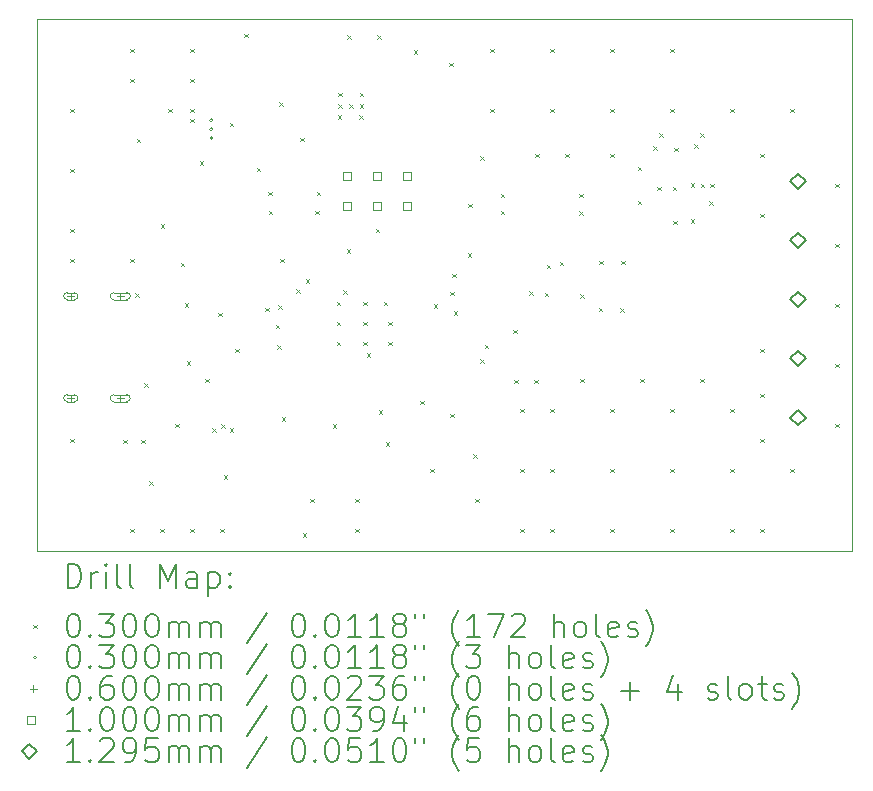
<source format=gbr>
%TF.GenerationSoftware,KiCad,Pcbnew,8.0.5*%
%TF.CreationDate,2024-10-07T09:04:04+02:00*%
%TF.ProjectId,ADC_Klipper_Board,4144435f-4b6c-4697-9070-65725f426f61,rev?*%
%TF.SameCoordinates,Original*%
%TF.FileFunction,Drillmap*%
%TF.FilePolarity,Positive*%
%FSLAX45Y45*%
G04 Gerber Fmt 4.5, Leading zero omitted, Abs format (unit mm)*
G04 Created by KiCad (PCBNEW 8.0.5) date 2024-10-07 09:04:04*
%MOMM*%
%LPD*%
G01*
G04 APERTURE LIST*
%ADD10C,0.050000*%
%ADD11C,0.200000*%
%ADD12C,0.100000*%
%ADD13C,0.129540*%
G04 APERTURE END LIST*
D10*
X9355000Y-5322500D02*
X16255000Y-5322500D01*
X16255000Y-9822500D01*
X9355000Y-9822500D01*
X9355000Y-5322500D01*
D11*
D12*
X9637000Y-6081000D02*
X9667000Y-6111000D01*
X9667000Y-6081000D02*
X9637000Y-6111000D01*
X9637000Y-6589000D02*
X9667000Y-6619000D01*
X9667000Y-6589000D02*
X9637000Y-6619000D01*
X9637000Y-7097000D02*
X9667000Y-7127000D01*
X9667000Y-7097000D02*
X9637000Y-7127000D01*
X9637000Y-7351000D02*
X9667000Y-7381000D01*
X9667000Y-7351000D02*
X9637000Y-7381000D01*
X9637000Y-8875000D02*
X9667000Y-8905000D01*
X9667000Y-8875000D02*
X9637000Y-8905000D01*
X10085000Y-8885500D02*
X10115000Y-8915500D01*
X10115000Y-8885500D02*
X10085000Y-8915500D01*
X10145000Y-5573000D02*
X10175000Y-5603000D01*
X10175000Y-5573000D02*
X10145000Y-5603000D01*
X10145000Y-5827000D02*
X10175000Y-5857000D01*
X10175000Y-5827000D02*
X10145000Y-5857000D01*
X10145000Y-7351000D02*
X10175000Y-7381000D01*
X10175000Y-7351000D02*
X10145000Y-7381000D01*
X10145000Y-9637000D02*
X10175000Y-9667000D01*
X10175000Y-9637000D02*
X10145000Y-9667000D01*
X10185000Y-7642000D02*
X10215000Y-7672000D01*
X10215000Y-7642000D02*
X10185000Y-7672000D01*
X10198000Y-6337000D02*
X10228000Y-6367000D01*
X10228000Y-6337000D02*
X10198000Y-6367000D01*
X10235000Y-8885500D02*
X10265000Y-8915500D01*
X10265000Y-8885500D02*
X10235000Y-8915500D01*
X10263000Y-8405000D02*
X10293000Y-8435000D01*
X10293000Y-8405000D02*
X10263000Y-8435000D01*
X10305500Y-9235000D02*
X10335500Y-9265000D01*
X10335500Y-9235000D02*
X10305500Y-9265000D01*
X10399000Y-9637000D02*
X10429000Y-9667000D01*
X10429000Y-9637000D02*
X10399000Y-9667000D01*
X10402000Y-7059000D02*
X10432000Y-7089000D01*
X10432000Y-7059000D02*
X10402000Y-7089000D01*
X10464500Y-6080000D02*
X10494500Y-6110000D01*
X10494500Y-6080000D02*
X10464500Y-6110000D01*
X10526000Y-8748000D02*
X10556000Y-8778000D01*
X10556000Y-8748000D02*
X10526000Y-8778000D01*
X10571500Y-7386750D02*
X10601500Y-7416750D01*
X10601500Y-7386750D02*
X10571500Y-7416750D01*
X10604500Y-7730000D02*
X10634500Y-7760000D01*
X10634500Y-7730000D02*
X10604500Y-7760000D01*
X10620000Y-8221000D02*
X10650000Y-8251000D01*
X10650000Y-8221000D02*
X10620000Y-8251000D01*
X10650000Y-6080000D02*
X10680000Y-6110000D01*
X10680000Y-6080000D02*
X10650000Y-6110000D01*
X10650000Y-6165000D02*
X10680000Y-6195000D01*
X10680000Y-6165000D02*
X10650000Y-6195000D01*
X10653000Y-5573000D02*
X10683000Y-5603000D01*
X10683000Y-5573000D02*
X10653000Y-5603000D01*
X10653000Y-5827000D02*
X10683000Y-5857000D01*
X10683000Y-5827000D02*
X10653000Y-5857000D01*
X10653000Y-9637000D02*
X10683000Y-9667000D01*
X10683000Y-9637000D02*
X10653000Y-9667000D01*
X10730500Y-6525000D02*
X10760500Y-6555000D01*
X10760500Y-6525000D02*
X10730500Y-6555000D01*
X10780000Y-8367000D02*
X10810000Y-8397000D01*
X10810000Y-8367000D02*
X10780000Y-8397000D01*
X10835000Y-8785500D02*
X10865000Y-8815500D01*
X10865000Y-8785500D02*
X10835000Y-8815500D01*
X10890000Y-7809500D02*
X10920000Y-7839500D01*
X10920000Y-7809500D02*
X10890000Y-7839500D01*
X10907000Y-9637000D02*
X10937000Y-9667000D01*
X10937000Y-9637000D02*
X10907000Y-9667000D01*
X10915000Y-8754500D02*
X10945000Y-8784500D01*
X10945000Y-8754500D02*
X10915000Y-8784500D01*
X10934500Y-9185000D02*
X10964500Y-9215000D01*
X10964500Y-9185000D02*
X10934500Y-9215000D01*
X10985000Y-6201000D02*
X11015000Y-6231000D01*
X11015000Y-6201000D02*
X10985000Y-6231000D01*
X10985000Y-8785500D02*
X11015000Y-8815500D01*
X11015000Y-8785500D02*
X10985000Y-8815500D01*
X11034000Y-8113000D02*
X11064000Y-8143000D01*
X11064000Y-8113000D02*
X11034000Y-8143000D01*
X11109500Y-5445000D02*
X11139500Y-5475000D01*
X11139500Y-5445000D02*
X11109500Y-5475000D01*
X11214500Y-6580000D02*
X11244500Y-6610000D01*
X11244500Y-6580000D02*
X11214500Y-6610000D01*
X11284000Y-7766000D02*
X11314000Y-7796000D01*
X11314000Y-7766000D02*
X11284000Y-7796000D01*
X11310500Y-6785000D02*
X11340500Y-6815000D01*
X11340500Y-6785000D02*
X11310500Y-6815000D01*
X11315500Y-6945000D02*
X11345500Y-6975000D01*
X11345500Y-6945000D02*
X11315500Y-6975000D01*
X11375000Y-7910000D02*
X11405000Y-7940000D01*
X11405000Y-7910000D02*
X11375000Y-7940000D01*
X11385500Y-8085000D02*
X11415500Y-8115000D01*
X11415500Y-8085000D02*
X11385500Y-8115000D01*
X11395500Y-7745000D02*
X11425500Y-7775000D01*
X11425500Y-7745000D02*
X11395500Y-7775000D01*
X11405000Y-6025000D02*
X11435000Y-6055000D01*
X11435000Y-6025000D02*
X11405000Y-6055000D01*
X11415000Y-7351000D02*
X11445000Y-7381000D01*
X11445000Y-7351000D02*
X11415000Y-7381000D01*
X11425000Y-8694500D02*
X11455000Y-8724500D01*
X11455000Y-8694500D02*
X11425000Y-8724500D01*
X11550000Y-7608000D02*
X11580000Y-7638000D01*
X11580000Y-7608000D02*
X11550000Y-7638000D01*
X11581000Y-6327000D02*
X11611000Y-6357000D01*
X11611000Y-6327000D02*
X11581000Y-6357000D01*
X11603000Y-9675000D02*
X11633000Y-9705000D01*
X11633000Y-9675000D02*
X11603000Y-9705000D01*
X11627000Y-7524000D02*
X11657000Y-7554000D01*
X11657000Y-7524000D02*
X11627000Y-7554000D01*
X11669000Y-9383000D02*
X11699000Y-9413000D01*
X11699000Y-9383000D02*
X11669000Y-9413000D01*
X11710000Y-6945000D02*
X11740000Y-6975000D01*
X11740000Y-6945000D02*
X11710000Y-6975000D01*
X11721000Y-6786000D02*
X11751000Y-6816000D01*
X11751000Y-6786000D02*
X11721000Y-6816000D01*
X11858800Y-8752500D02*
X11888800Y-8782500D01*
X11888800Y-8752500D02*
X11858800Y-8782500D01*
X11893000Y-7717000D02*
X11923000Y-7747000D01*
X11923000Y-7717000D02*
X11893000Y-7747000D01*
X11893000Y-7884000D02*
X11923000Y-7914000D01*
X11923000Y-7884000D02*
X11893000Y-7914000D01*
X11893000Y-8056000D02*
X11923000Y-8086000D01*
X11923000Y-8056000D02*
X11893000Y-8086000D01*
X11900000Y-6136000D02*
X11930000Y-6166000D01*
X11930000Y-6136000D02*
X11900000Y-6166000D01*
X11903000Y-5945000D02*
X11933000Y-5975000D01*
X11933000Y-5945000D02*
X11903000Y-5975000D01*
X11903000Y-6041500D02*
X11933000Y-6071500D01*
X11933000Y-6041500D02*
X11903000Y-6071500D01*
X11945000Y-7617000D02*
X11975000Y-7647000D01*
X11975000Y-7617000D02*
X11945000Y-7647000D01*
X11976500Y-7272000D02*
X12006500Y-7302000D01*
X12006500Y-7272000D02*
X11976500Y-7302000D01*
X11980000Y-5460000D02*
X12010000Y-5490000D01*
X12010000Y-5460000D02*
X11980000Y-5490000D01*
X11997500Y-6041500D02*
X12027500Y-6071500D01*
X12027500Y-6041500D02*
X11997500Y-6071500D01*
X12050000Y-9383000D02*
X12080000Y-9413000D01*
X12080000Y-9383000D02*
X12050000Y-9413000D01*
X12050000Y-9637000D02*
X12080000Y-9667000D01*
X12080000Y-9637000D02*
X12050000Y-9667000D01*
X12082000Y-6136000D02*
X12112000Y-6166000D01*
X12112000Y-6136000D02*
X12082000Y-6166000D01*
X12085000Y-5945000D02*
X12115000Y-5975000D01*
X12115000Y-5945000D02*
X12085000Y-5975000D01*
X12085000Y-6041500D02*
X12115000Y-6071500D01*
X12115000Y-6041500D02*
X12085000Y-6071500D01*
X12116000Y-7717000D02*
X12146000Y-7747000D01*
X12146000Y-7717000D02*
X12116000Y-7747000D01*
X12116000Y-7884000D02*
X12146000Y-7914000D01*
X12146000Y-7884000D02*
X12116000Y-7914000D01*
X12116000Y-8056000D02*
X12146000Y-8086000D01*
X12146000Y-8056000D02*
X12116000Y-8086000D01*
X12144000Y-8151000D02*
X12174000Y-8181000D01*
X12174000Y-8151000D02*
X12144000Y-8181000D01*
X12222000Y-7098000D02*
X12252000Y-7128000D01*
X12252000Y-7098000D02*
X12222000Y-7128000D01*
X12235000Y-5460000D02*
X12265000Y-5490000D01*
X12265000Y-5460000D02*
X12235000Y-5490000D01*
X12248000Y-8636500D02*
X12278000Y-8666500D01*
X12278000Y-8636500D02*
X12248000Y-8666500D01*
X12291000Y-7717000D02*
X12321000Y-7747000D01*
X12321000Y-7717000D02*
X12291000Y-7747000D01*
X12305000Y-8905000D02*
X12335000Y-8935000D01*
X12335000Y-8905000D02*
X12305000Y-8935000D01*
X12326000Y-7884000D02*
X12356000Y-7914000D01*
X12356000Y-7884000D02*
X12326000Y-7914000D01*
X12326000Y-8056000D02*
X12356000Y-8086000D01*
X12356000Y-8056000D02*
X12326000Y-8086000D01*
X12542000Y-5585500D02*
X12572000Y-5615500D01*
X12572000Y-5585500D02*
X12542000Y-5615500D01*
X12598000Y-8554000D02*
X12628000Y-8584000D01*
X12628000Y-8554000D02*
X12598000Y-8584000D01*
X12685000Y-9129000D02*
X12715000Y-9159000D01*
X12715000Y-9129000D02*
X12685000Y-9159000D01*
X12712000Y-7737000D02*
X12742000Y-7767000D01*
X12742000Y-7737000D02*
X12712000Y-7767000D01*
X12845000Y-5691200D02*
X12875000Y-5721200D01*
X12875000Y-5691200D02*
X12845000Y-5721200D01*
X12854000Y-8664000D02*
X12884000Y-8694000D01*
X12884000Y-8664000D02*
X12854000Y-8694000D01*
X12854500Y-7632000D02*
X12884500Y-7662000D01*
X12884500Y-7632000D02*
X12854500Y-7662000D01*
X12869000Y-7477000D02*
X12899000Y-7507000D01*
X12899000Y-7477000D02*
X12869000Y-7507000D01*
X12881000Y-7794500D02*
X12911000Y-7824500D01*
X12911000Y-7794500D02*
X12881000Y-7824500D01*
X13000000Y-7305000D02*
X13030000Y-7335000D01*
X13030000Y-7305000D02*
X13000000Y-7335000D01*
X13004500Y-6885000D02*
X13034500Y-6915000D01*
X13034500Y-6885000D02*
X13004500Y-6915000D01*
X13045000Y-9006900D02*
X13075000Y-9036900D01*
X13075000Y-9006900D02*
X13045000Y-9036900D01*
X13066000Y-9383000D02*
X13096000Y-9413000D01*
X13096000Y-9383000D02*
X13066000Y-9413000D01*
X13105000Y-6482000D02*
X13135000Y-6512000D01*
X13135000Y-6482000D02*
X13105000Y-6512000D01*
X13105000Y-8202000D02*
X13135000Y-8232000D01*
X13135000Y-8202000D02*
X13105000Y-8232000D01*
X13145000Y-8081000D02*
X13175000Y-8111000D01*
X13175000Y-8081000D02*
X13145000Y-8111000D01*
X13193000Y-5573000D02*
X13223000Y-5603000D01*
X13223000Y-5573000D02*
X13193000Y-5603000D01*
X13193000Y-6081000D02*
X13223000Y-6111000D01*
X13223000Y-6081000D02*
X13193000Y-6111000D01*
X13280500Y-6800000D02*
X13310500Y-6830000D01*
X13310500Y-6800000D02*
X13280500Y-6830000D01*
X13280500Y-6945000D02*
X13310500Y-6975000D01*
X13310500Y-6945000D02*
X13280500Y-6975000D01*
X13387000Y-7952000D02*
X13417000Y-7982000D01*
X13417000Y-7952000D02*
X13387000Y-7982000D01*
X13395000Y-8374500D02*
X13425000Y-8404500D01*
X13425000Y-8374500D02*
X13395000Y-8404500D01*
X13447000Y-8621000D02*
X13477000Y-8651000D01*
X13477000Y-8621000D02*
X13447000Y-8651000D01*
X13447000Y-9129000D02*
X13477000Y-9159000D01*
X13477000Y-9129000D02*
X13447000Y-9159000D01*
X13447000Y-9637000D02*
X13477000Y-9667000D01*
X13477000Y-9637000D02*
X13447000Y-9667000D01*
X13522000Y-7627000D02*
X13552000Y-7657000D01*
X13552000Y-7627000D02*
X13522000Y-7657000D01*
X13565000Y-8374500D02*
X13595000Y-8404500D01*
X13595000Y-8374500D02*
X13565000Y-8404500D01*
X13574000Y-6462000D02*
X13604000Y-6492000D01*
X13604000Y-6462000D02*
X13574000Y-6492000D01*
X13654000Y-7638000D02*
X13684000Y-7668000D01*
X13684000Y-7638000D02*
X13654000Y-7668000D01*
X13668000Y-7401000D02*
X13698000Y-7431000D01*
X13698000Y-7401000D02*
X13668000Y-7431000D01*
X13701000Y-5573000D02*
X13731000Y-5603000D01*
X13731000Y-5573000D02*
X13701000Y-5603000D01*
X13701000Y-6081000D02*
X13731000Y-6111000D01*
X13731000Y-6081000D02*
X13701000Y-6111000D01*
X13701000Y-8621000D02*
X13731000Y-8651000D01*
X13731000Y-8621000D02*
X13701000Y-8651000D01*
X13701000Y-9129000D02*
X13731000Y-9159000D01*
X13731000Y-9129000D02*
X13701000Y-9159000D01*
X13701000Y-9637000D02*
X13731000Y-9667000D01*
X13731000Y-9637000D02*
X13701000Y-9667000D01*
X13778000Y-7378000D02*
X13808000Y-7408000D01*
X13808000Y-7378000D02*
X13778000Y-7408000D01*
X13828000Y-6462000D02*
X13858000Y-6492000D01*
X13858000Y-6462000D02*
X13828000Y-6492000D01*
X13944500Y-6800000D02*
X13974500Y-6830000D01*
X13974500Y-6800000D02*
X13944500Y-6830000D01*
X13944500Y-6950000D02*
X13974500Y-6980000D01*
X13974500Y-6950000D02*
X13944500Y-6980000D01*
X13954000Y-7650000D02*
X13984000Y-7680000D01*
X13984000Y-7650000D02*
X13954000Y-7680000D01*
X13955000Y-8367000D02*
X13985000Y-8397000D01*
X13985000Y-8367000D02*
X13955000Y-8397000D01*
X14107790Y-7767860D02*
X14137790Y-7797860D01*
X14137790Y-7767860D02*
X14107790Y-7797860D01*
X14112000Y-7368860D02*
X14142000Y-7398860D01*
X14142000Y-7368860D02*
X14112000Y-7398860D01*
X14209000Y-5573000D02*
X14239000Y-5603000D01*
X14239000Y-5573000D02*
X14209000Y-5603000D01*
X14209000Y-6081000D02*
X14239000Y-6111000D01*
X14239000Y-6081000D02*
X14209000Y-6111000D01*
X14209000Y-6462000D02*
X14239000Y-6492000D01*
X14239000Y-6462000D02*
X14209000Y-6492000D01*
X14209000Y-8621000D02*
X14239000Y-8651000D01*
X14239000Y-8621000D02*
X14209000Y-8651000D01*
X14209000Y-9129000D02*
X14239000Y-9159000D01*
X14239000Y-9129000D02*
X14209000Y-9159000D01*
X14209000Y-9637000D02*
X14239000Y-9667000D01*
X14239000Y-9637000D02*
X14209000Y-9667000D01*
X14292340Y-7769160D02*
X14322340Y-7799160D01*
X14322340Y-7769160D02*
X14292340Y-7799160D01*
X14299500Y-7370000D02*
X14329500Y-7400000D01*
X14329500Y-7370000D02*
X14299500Y-7400000D01*
X14439000Y-6572000D02*
X14469000Y-6602000D01*
X14469000Y-6572000D02*
X14439000Y-6602000D01*
X14440000Y-6860750D02*
X14470000Y-6890750D01*
X14470000Y-6860750D02*
X14440000Y-6890750D01*
X14463000Y-8367000D02*
X14493000Y-8397000D01*
X14493000Y-8367000D02*
X14463000Y-8397000D01*
X14569000Y-6401000D02*
X14599000Y-6431000D01*
X14599000Y-6401000D02*
X14569000Y-6431000D01*
X14605000Y-6741000D02*
X14635000Y-6771000D01*
X14635000Y-6741000D02*
X14605000Y-6771000D01*
X14624000Y-6290000D02*
X14654000Y-6320000D01*
X14654000Y-6290000D02*
X14624000Y-6320000D01*
X14717000Y-5573000D02*
X14747000Y-5603000D01*
X14747000Y-5573000D02*
X14717000Y-5603000D01*
X14717000Y-6081000D02*
X14747000Y-6111000D01*
X14747000Y-6081000D02*
X14717000Y-6111000D01*
X14717000Y-8621000D02*
X14747000Y-8651000D01*
X14747000Y-8621000D02*
X14717000Y-8651000D01*
X14717000Y-9129000D02*
X14747000Y-9159000D01*
X14747000Y-9129000D02*
X14717000Y-9159000D01*
X14717000Y-9637000D02*
X14747000Y-9667000D01*
X14747000Y-9637000D02*
X14717000Y-9667000D01*
X14735000Y-6743000D02*
X14765000Y-6773000D01*
X14765000Y-6743000D02*
X14735000Y-6773000D01*
X14742500Y-7030000D02*
X14772500Y-7060000D01*
X14772500Y-7030000D02*
X14742500Y-7060000D01*
X14748500Y-6411000D02*
X14778500Y-6441000D01*
X14778500Y-6411000D02*
X14748500Y-6441000D01*
X14887500Y-7019000D02*
X14917500Y-7049000D01*
X14917500Y-7019000D02*
X14887500Y-7049000D01*
X14889500Y-6714000D02*
X14919500Y-6744000D01*
X14919500Y-6714000D02*
X14889500Y-6744000D01*
X14918000Y-6381000D02*
X14948000Y-6411000D01*
X14948000Y-6381000D02*
X14918000Y-6411000D01*
X14971000Y-6288000D02*
X15001000Y-6318000D01*
X15001000Y-6288000D02*
X14971000Y-6318000D01*
X14971000Y-8367000D02*
X15001000Y-8397000D01*
X15001000Y-8367000D02*
X14971000Y-8397000D01*
X14974500Y-6716000D02*
X15004500Y-6746000D01*
X15004500Y-6716000D02*
X14974500Y-6746000D01*
X15045500Y-6867000D02*
X15075500Y-6897000D01*
X15075500Y-6867000D02*
X15045500Y-6897000D01*
X15055500Y-6716000D02*
X15085500Y-6746000D01*
X15085500Y-6716000D02*
X15055500Y-6746000D01*
X15225000Y-6081000D02*
X15255000Y-6111000D01*
X15255000Y-6081000D02*
X15225000Y-6111000D01*
X15225000Y-8621000D02*
X15255000Y-8651000D01*
X15255000Y-8621000D02*
X15225000Y-8651000D01*
X15225000Y-9129000D02*
X15255000Y-9159000D01*
X15255000Y-9129000D02*
X15225000Y-9159000D01*
X15225000Y-9637000D02*
X15255000Y-9667000D01*
X15255000Y-9637000D02*
X15225000Y-9667000D01*
X15477697Y-6463067D02*
X15507697Y-6493067D01*
X15507697Y-6463067D02*
X15477697Y-6493067D01*
X15479000Y-6970000D02*
X15509000Y-7000000D01*
X15509000Y-6970000D02*
X15479000Y-7000000D01*
X15479000Y-8113000D02*
X15509000Y-8143000D01*
X15509000Y-8113000D02*
X15479000Y-8143000D01*
X15479000Y-8494000D02*
X15509000Y-8524000D01*
X15509000Y-8494000D02*
X15479000Y-8524000D01*
X15479000Y-8875000D02*
X15509000Y-8905000D01*
X15509000Y-8875000D02*
X15479000Y-8905000D01*
X15479000Y-9637000D02*
X15509000Y-9667000D01*
X15509000Y-9637000D02*
X15479000Y-9667000D01*
X15733000Y-6081000D02*
X15763000Y-6111000D01*
X15763000Y-6081000D02*
X15733000Y-6111000D01*
X15733000Y-9129000D02*
X15763000Y-9159000D01*
X15763000Y-9129000D02*
X15733000Y-9159000D01*
X16114000Y-6716000D02*
X16144000Y-6746000D01*
X16144000Y-6716000D02*
X16114000Y-6746000D01*
X16114000Y-7224000D02*
X16144000Y-7254000D01*
X16144000Y-7224000D02*
X16114000Y-7254000D01*
X16114000Y-7732000D02*
X16144000Y-7762000D01*
X16144000Y-7732000D02*
X16114000Y-7762000D01*
X16114000Y-8240000D02*
X16144000Y-8270000D01*
X16144000Y-8240000D02*
X16114000Y-8270000D01*
X16114000Y-8748000D02*
X16144000Y-8778000D01*
X16144000Y-8748000D02*
X16114000Y-8778000D01*
X10845011Y-6180000D02*
G75*
G02*
X10814989Y-6180000I-15011J0D01*
G01*
X10814989Y-6180000D02*
G75*
G02*
X10845011Y-6180000I15011J0D01*
G01*
X10845011Y-6255000D02*
G75*
G02*
X10814989Y-6255000I-15011J0D01*
G01*
X10814989Y-6255000D02*
G75*
G02*
X10845011Y-6255000I15011J0D01*
G01*
X10845011Y-6330000D02*
G75*
G02*
X10814989Y-6330000I-15011J0D01*
G01*
X10814989Y-6330000D02*
G75*
G02*
X10845011Y-6330000I15011J0D01*
G01*
X9640000Y-7638000D02*
X9640000Y-7698000D01*
X9610000Y-7668000D02*
X9670000Y-7668000D01*
X9670000Y-7638000D02*
X9610000Y-7638000D01*
X9610000Y-7698000D02*
G75*
G02*
X9610000Y-7638000I0J30000D01*
G01*
X9610000Y-7698000D02*
X9670000Y-7698000D01*
X9670000Y-7698000D02*
G75*
G03*
X9670000Y-7638000I0J30000D01*
G01*
X9640000Y-8502000D02*
X9640000Y-8562000D01*
X9610000Y-8532000D02*
X9670000Y-8532000D01*
X9670000Y-8502000D02*
X9610000Y-8502000D01*
X9610000Y-8562000D02*
G75*
G02*
X9610000Y-8502000I0J30000D01*
G01*
X9610000Y-8562000D02*
X9670000Y-8562000D01*
X9670000Y-8562000D02*
G75*
G03*
X9670000Y-8502000I0J30000D01*
G01*
X10058000Y-7638000D02*
X10058000Y-7698000D01*
X10028000Y-7668000D02*
X10088000Y-7668000D01*
X10113000Y-7638000D02*
X10003000Y-7638000D01*
X10003000Y-7698000D02*
G75*
G02*
X10003000Y-7638000I0J30000D01*
G01*
X10003000Y-7698000D02*
X10113000Y-7698000D01*
X10113000Y-7698000D02*
G75*
G03*
X10113000Y-7638000I0J30000D01*
G01*
X10058000Y-8502000D02*
X10058000Y-8562000D01*
X10028000Y-8532000D02*
X10088000Y-8532000D01*
X10113000Y-8502000D02*
X10003000Y-8502000D01*
X10003000Y-8562000D02*
G75*
G02*
X10003000Y-8502000I0J30000D01*
G01*
X10003000Y-8562000D02*
X10113000Y-8562000D01*
X10113000Y-8562000D02*
G75*
G03*
X10113000Y-8502000I0J30000D01*
G01*
X12015356Y-6684156D02*
X12015356Y-6613444D01*
X11944644Y-6613444D01*
X11944644Y-6684156D01*
X12015356Y-6684156D01*
X12015356Y-6938156D02*
X12015356Y-6867444D01*
X11944644Y-6867444D01*
X11944644Y-6938156D01*
X12015356Y-6938156D01*
X12269356Y-6684156D02*
X12269356Y-6613444D01*
X12198644Y-6613444D01*
X12198644Y-6684156D01*
X12269356Y-6684156D01*
X12269356Y-6938156D02*
X12269356Y-6867444D01*
X12198644Y-6867444D01*
X12198644Y-6938156D01*
X12269356Y-6938156D01*
X12523356Y-6684156D02*
X12523356Y-6613444D01*
X12452644Y-6613444D01*
X12452644Y-6684156D01*
X12523356Y-6684156D01*
X12523356Y-6938156D02*
X12523356Y-6867444D01*
X12452644Y-6867444D01*
X12452644Y-6938156D01*
X12523356Y-6938156D01*
D13*
X15797500Y-6761020D02*
X15862270Y-6696250D01*
X15797500Y-6631480D01*
X15732730Y-6696250D01*
X15797500Y-6761020D01*
X15797500Y-7261020D02*
X15862270Y-7196250D01*
X15797500Y-7131480D01*
X15732730Y-7196250D01*
X15797500Y-7261020D01*
X15797500Y-7761020D02*
X15862270Y-7696250D01*
X15797500Y-7631480D01*
X15732730Y-7696250D01*
X15797500Y-7761020D01*
X15797500Y-8261020D02*
X15862270Y-8196250D01*
X15797500Y-8131480D01*
X15732730Y-8196250D01*
X15797500Y-8261020D01*
X15797500Y-8761020D02*
X15862270Y-8696250D01*
X15797500Y-8631480D01*
X15732730Y-8696250D01*
X15797500Y-8761020D01*
D11*
X9613277Y-10136484D02*
X9613277Y-9936484D01*
X9613277Y-9936484D02*
X9660896Y-9936484D01*
X9660896Y-9936484D02*
X9689467Y-9946008D01*
X9689467Y-9946008D02*
X9708515Y-9965055D01*
X9708515Y-9965055D02*
X9718039Y-9984103D01*
X9718039Y-9984103D02*
X9727563Y-10022198D01*
X9727563Y-10022198D02*
X9727563Y-10050770D01*
X9727563Y-10050770D02*
X9718039Y-10088865D01*
X9718039Y-10088865D02*
X9708515Y-10107912D01*
X9708515Y-10107912D02*
X9689467Y-10126960D01*
X9689467Y-10126960D02*
X9660896Y-10136484D01*
X9660896Y-10136484D02*
X9613277Y-10136484D01*
X9813277Y-10136484D02*
X9813277Y-10003150D01*
X9813277Y-10041246D02*
X9822801Y-10022198D01*
X9822801Y-10022198D02*
X9832324Y-10012674D01*
X9832324Y-10012674D02*
X9851372Y-10003150D01*
X9851372Y-10003150D02*
X9870420Y-10003150D01*
X9937086Y-10136484D02*
X9937086Y-10003150D01*
X9937086Y-9936484D02*
X9927563Y-9946008D01*
X9927563Y-9946008D02*
X9937086Y-9955531D01*
X9937086Y-9955531D02*
X9946610Y-9946008D01*
X9946610Y-9946008D02*
X9937086Y-9936484D01*
X9937086Y-9936484D02*
X9937086Y-9955531D01*
X10060896Y-10136484D02*
X10041848Y-10126960D01*
X10041848Y-10126960D02*
X10032324Y-10107912D01*
X10032324Y-10107912D02*
X10032324Y-9936484D01*
X10165658Y-10136484D02*
X10146610Y-10126960D01*
X10146610Y-10126960D02*
X10137086Y-10107912D01*
X10137086Y-10107912D02*
X10137086Y-9936484D01*
X10394229Y-10136484D02*
X10394229Y-9936484D01*
X10394229Y-9936484D02*
X10460896Y-10079341D01*
X10460896Y-10079341D02*
X10527563Y-9936484D01*
X10527563Y-9936484D02*
X10527563Y-10136484D01*
X10708515Y-10136484D02*
X10708515Y-10031722D01*
X10708515Y-10031722D02*
X10698991Y-10012674D01*
X10698991Y-10012674D02*
X10679944Y-10003150D01*
X10679944Y-10003150D02*
X10641848Y-10003150D01*
X10641848Y-10003150D02*
X10622801Y-10012674D01*
X10708515Y-10126960D02*
X10689467Y-10136484D01*
X10689467Y-10136484D02*
X10641848Y-10136484D01*
X10641848Y-10136484D02*
X10622801Y-10126960D01*
X10622801Y-10126960D02*
X10613277Y-10107912D01*
X10613277Y-10107912D02*
X10613277Y-10088865D01*
X10613277Y-10088865D02*
X10622801Y-10069817D01*
X10622801Y-10069817D02*
X10641848Y-10060293D01*
X10641848Y-10060293D02*
X10689467Y-10060293D01*
X10689467Y-10060293D02*
X10708515Y-10050770D01*
X10803753Y-10003150D02*
X10803753Y-10203150D01*
X10803753Y-10012674D02*
X10822801Y-10003150D01*
X10822801Y-10003150D02*
X10860896Y-10003150D01*
X10860896Y-10003150D02*
X10879944Y-10012674D01*
X10879944Y-10012674D02*
X10889467Y-10022198D01*
X10889467Y-10022198D02*
X10898991Y-10041246D01*
X10898991Y-10041246D02*
X10898991Y-10098389D01*
X10898991Y-10098389D02*
X10889467Y-10117436D01*
X10889467Y-10117436D02*
X10879944Y-10126960D01*
X10879944Y-10126960D02*
X10860896Y-10136484D01*
X10860896Y-10136484D02*
X10822801Y-10136484D01*
X10822801Y-10136484D02*
X10803753Y-10126960D01*
X10984705Y-10117436D02*
X10994229Y-10126960D01*
X10994229Y-10126960D02*
X10984705Y-10136484D01*
X10984705Y-10136484D02*
X10975182Y-10126960D01*
X10975182Y-10126960D02*
X10984705Y-10117436D01*
X10984705Y-10117436D02*
X10984705Y-10136484D01*
X10984705Y-10012674D02*
X10994229Y-10022198D01*
X10994229Y-10022198D02*
X10984705Y-10031722D01*
X10984705Y-10031722D02*
X10975182Y-10022198D01*
X10975182Y-10022198D02*
X10984705Y-10012674D01*
X10984705Y-10012674D02*
X10984705Y-10031722D01*
D12*
X9322500Y-10450000D02*
X9352500Y-10480000D01*
X9352500Y-10450000D02*
X9322500Y-10480000D01*
D11*
X9651372Y-10356484D02*
X9670420Y-10356484D01*
X9670420Y-10356484D02*
X9689467Y-10366008D01*
X9689467Y-10366008D02*
X9698991Y-10375531D01*
X9698991Y-10375531D02*
X9708515Y-10394579D01*
X9708515Y-10394579D02*
X9718039Y-10432674D01*
X9718039Y-10432674D02*
X9718039Y-10480293D01*
X9718039Y-10480293D02*
X9708515Y-10518389D01*
X9708515Y-10518389D02*
X9698991Y-10537436D01*
X9698991Y-10537436D02*
X9689467Y-10546960D01*
X9689467Y-10546960D02*
X9670420Y-10556484D01*
X9670420Y-10556484D02*
X9651372Y-10556484D01*
X9651372Y-10556484D02*
X9632324Y-10546960D01*
X9632324Y-10546960D02*
X9622801Y-10537436D01*
X9622801Y-10537436D02*
X9613277Y-10518389D01*
X9613277Y-10518389D02*
X9603753Y-10480293D01*
X9603753Y-10480293D02*
X9603753Y-10432674D01*
X9603753Y-10432674D02*
X9613277Y-10394579D01*
X9613277Y-10394579D02*
X9622801Y-10375531D01*
X9622801Y-10375531D02*
X9632324Y-10366008D01*
X9632324Y-10366008D02*
X9651372Y-10356484D01*
X9803753Y-10537436D02*
X9813277Y-10546960D01*
X9813277Y-10546960D02*
X9803753Y-10556484D01*
X9803753Y-10556484D02*
X9794229Y-10546960D01*
X9794229Y-10546960D02*
X9803753Y-10537436D01*
X9803753Y-10537436D02*
X9803753Y-10556484D01*
X9879944Y-10356484D02*
X10003753Y-10356484D01*
X10003753Y-10356484D02*
X9937086Y-10432674D01*
X9937086Y-10432674D02*
X9965658Y-10432674D01*
X9965658Y-10432674D02*
X9984705Y-10442198D01*
X9984705Y-10442198D02*
X9994229Y-10451722D01*
X9994229Y-10451722D02*
X10003753Y-10470770D01*
X10003753Y-10470770D02*
X10003753Y-10518389D01*
X10003753Y-10518389D02*
X9994229Y-10537436D01*
X9994229Y-10537436D02*
X9984705Y-10546960D01*
X9984705Y-10546960D02*
X9965658Y-10556484D01*
X9965658Y-10556484D02*
X9908515Y-10556484D01*
X9908515Y-10556484D02*
X9889467Y-10546960D01*
X9889467Y-10546960D02*
X9879944Y-10537436D01*
X10127563Y-10356484D02*
X10146610Y-10356484D01*
X10146610Y-10356484D02*
X10165658Y-10366008D01*
X10165658Y-10366008D02*
X10175182Y-10375531D01*
X10175182Y-10375531D02*
X10184705Y-10394579D01*
X10184705Y-10394579D02*
X10194229Y-10432674D01*
X10194229Y-10432674D02*
X10194229Y-10480293D01*
X10194229Y-10480293D02*
X10184705Y-10518389D01*
X10184705Y-10518389D02*
X10175182Y-10537436D01*
X10175182Y-10537436D02*
X10165658Y-10546960D01*
X10165658Y-10546960D02*
X10146610Y-10556484D01*
X10146610Y-10556484D02*
X10127563Y-10556484D01*
X10127563Y-10556484D02*
X10108515Y-10546960D01*
X10108515Y-10546960D02*
X10098991Y-10537436D01*
X10098991Y-10537436D02*
X10089467Y-10518389D01*
X10089467Y-10518389D02*
X10079944Y-10480293D01*
X10079944Y-10480293D02*
X10079944Y-10432674D01*
X10079944Y-10432674D02*
X10089467Y-10394579D01*
X10089467Y-10394579D02*
X10098991Y-10375531D01*
X10098991Y-10375531D02*
X10108515Y-10366008D01*
X10108515Y-10366008D02*
X10127563Y-10356484D01*
X10318039Y-10356484D02*
X10337086Y-10356484D01*
X10337086Y-10356484D02*
X10356134Y-10366008D01*
X10356134Y-10366008D02*
X10365658Y-10375531D01*
X10365658Y-10375531D02*
X10375182Y-10394579D01*
X10375182Y-10394579D02*
X10384705Y-10432674D01*
X10384705Y-10432674D02*
X10384705Y-10480293D01*
X10384705Y-10480293D02*
X10375182Y-10518389D01*
X10375182Y-10518389D02*
X10365658Y-10537436D01*
X10365658Y-10537436D02*
X10356134Y-10546960D01*
X10356134Y-10546960D02*
X10337086Y-10556484D01*
X10337086Y-10556484D02*
X10318039Y-10556484D01*
X10318039Y-10556484D02*
X10298991Y-10546960D01*
X10298991Y-10546960D02*
X10289467Y-10537436D01*
X10289467Y-10537436D02*
X10279944Y-10518389D01*
X10279944Y-10518389D02*
X10270420Y-10480293D01*
X10270420Y-10480293D02*
X10270420Y-10432674D01*
X10270420Y-10432674D02*
X10279944Y-10394579D01*
X10279944Y-10394579D02*
X10289467Y-10375531D01*
X10289467Y-10375531D02*
X10298991Y-10366008D01*
X10298991Y-10366008D02*
X10318039Y-10356484D01*
X10470420Y-10556484D02*
X10470420Y-10423150D01*
X10470420Y-10442198D02*
X10479944Y-10432674D01*
X10479944Y-10432674D02*
X10498991Y-10423150D01*
X10498991Y-10423150D02*
X10527563Y-10423150D01*
X10527563Y-10423150D02*
X10546610Y-10432674D01*
X10546610Y-10432674D02*
X10556134Y-10451722D01*
X10556134Y-10451722D02*
X10556134Y-10556484D01*
X10556134Y-10451722D02*
X10565658Y-10432674D01*
X10565658Y-10432674D02*
X10584705Y-10423150D01*
X10584705Y-10423150D02*
X10613277Y-10423150D01*
X10613277Y-10423150D02*
X10632325Y-10432674D01*
X10632325Y-10432674D02*
X10641848Y-10451722D01*
X10641848Y-10451722D02*
X10641848Y-10556484D01*
X10737086Y-10556484D02*
X10737086Y-10423150D01*
X10737086Y-10442198D02*
X10746610Y-10432674D01*
X10746610Y-10432674D02*
X10765658Y-10423150D01*
X10765658Y-10423150D02*
X10794229Y-10423150D01*
X10794229Y-10423150D02*
X10813277Y-10432674D01*
X10813277Y-10432674D02*
X10822801Y-10451722D01*
X10822801Y-10451722D02*
X10822801Y-10556484D01*
X10822801Y-10451722D02*
X10832325Y-10432674D01*
X10832325Y-10432674D02*
X10851372Y-10423150D01*
X10851372Y-10423150D02*
X10879944Y-10423150D01*
X10879944Y-10423150D02*
X10898991Y-10432674D01*
X10898991Y-10432674D02*
X10908515Y-10451722D01*
X10908515Y-10451722D02*
X10908515Y-10556484D01*
X11298991Y-10346960D02*
X11127563Y-10604103D01*
X11556134Y-10356484D02*
X11575182Y-10356484D01*
X11575182Y-10356484D02*
X11594229Y-10366008D01*
X11594229Y-10366008D02*
X11603753Y-10375531D01*
X11603753Y-10375531D02*
X11613277Y-10394579D01*
X11613277Y-10394579D02*
X11622801Y-10432674D01*
X11622801Y-10432674D02*
X11622801Y-10480293D01*
X11622801Y-10480293D02*
X11613277Y-10518389D01*
X11613277Y-10518389D02*
X11603753Y-10537436D01*
X11603753Y-10537436D02*
X11594229Y-10546960D01*
X11594229Y-10546960D02*
X11575182Y-10556484D01*
X11575182Y-10556484D02*
X11556134Y-10556484D01*
X11556134Y-10556484D02*
X11537086Y-10546960D01*
X11537086Y-10546960D02*
X11527563Y-10537436D01*
X11527563Y-10537436D02*
X11518039Y-10518389D01*
X11518039Y-10518389D02*
X11508515Y-10480293D01*
X11508515Y-10480293D02*
X11508515Y-10432674D01*
X11508515Y-10432674D02*
X11518039Y-10394579D01*
X11518039Y-10394579D02*
X11527563Y-10375531D01*
X11527563Y-10375531D02*
X11537086Y-10366008D01*
X11537086Y-10366008D02*
X11556134Y-10356484D01*
X11708515Y-10537436D02*
X11718039Y-10546960D01*
X11718039Y-10546960D02*
X11708515Y-10556484D01*
X11708515Y-10556484D02*
X11698991Y-10546960D01*
X11698991Y-10546960D02*
X11708515Y-10537436D01*
X11708515Y-10537436D02*
X11708515Y-10556484D01*
X11841848Y-10356484D02*
X11860896Y-10356484D01*
X11860896Y-10356484D02*
X11879944Y-10366008D01*
X11879944Y-10366008D02*
X11889467Y-10375531D01*
X11889467Y-10375531D02*
X11898991Y-10394579D01*
X11898991Y-10394579D02*
X11908515Y-10432674D01*
X11908515Y-10432674D02*
X11908515Y-10480293D01*
X11908515Y-10480293D02*
X11898991Y-10518389D01*
X11898991Y-10518389D02*
X11889467Y-10537436D01*
X11889467Y-10537436D02*
X11879944Y-10546960D01*
X11879944Y-10546960D02*
X11860896Y-10556484D01*
X11860896Y-10556484D02*
X11841848Y-10556484D01*
X11841848Y-10556484D02*
X11822801Y-10546960D01*
X11822801Y-10546960D02*
X11813277Y-10537436D01*
X11813277Y-10537436D02*
X11803753Y-10518389D01*
X11803753Y-10518389D02*
X11794229Y-10480293D01*
X11794229Y-10480293D02*
X11794229Y-10432674D01*
X11794229Y-10432674D02*
X11803753Y-10394579D01*
X11803753Y-10394579D02*
X11813277Y-10375531D01*
X11813277Y-10375531D02*
X11822801Y-10366008D01*
X11822801Y-10366008D02*
X11841848Y-10356484D01*
X12098991Y-10556484D02*
X11984706Y-10556484D01*
X12041848Y-10556484D02*
X12041848Y-10356484D01*
X12041848Y-10356484D02*
X12022801Y-10385055D01*
X12022801Y-10385055D02*
X12003753Y-10404103D01*
X12003753Y-10404103D02*
X11984706Y-10413627D01*
X12289467Y-10556484D02*
X12175182Y-10556484D01*
X12232325Y-10556484D02*
X12232325Y-10356484D01*
X12232325Y-10356484D02*
X12213277Y-10385055D01*
X12213277Y-10385055D02*
X12194229Y-10404103D01*
X12194229Y-10404103D02*
X12175182Y-10413627D01*
X12403753Y-10442198D02*
X12384706Y-10432674D01*
X12384706Y-10432674D02*
X12375182Y-10423150D01*
X12375182Y-10423150D02*
X12365658Y-10404103D01*
X12365658Y-10404103D02*
X12365658Y-10394579D01*
X12365658Y-10394579D02*
X12375182Y-10375531D01*
X12375182Y-10375531D02*
X12384706Y-10366008D01*
X12384706Y-10366008D02*
X12403753Y-10356484D01*
X12403753Y-10356484D02*
X12441848Y-10356484D01*
X12441848Y-10356484D02*
X12460896Y-10366008D01*
X12460896Y-10366008D02*
X12470420Y-10375531D01*
X12470420Y-10375531D02*
X12479944Y-10394579D01*
X12479944Y-10394579D02*
X12479944Y-10404103D01*
X12479944Y-10404103D02*
X12470420Y-10423150D01*
X12470420Y-10423150D02*
X12460896Y-10432674D01*
X12460896Y-10432674D02*
X12441848Y-10442198D01*
X12441848Y-10442198D02*
X12403753Y-10442198D01*
X12403753Y-10442198D02*
X12384706Y-10451722D01*
X12384706Y-10451722D02*
X12375182Y-10461246D01*
X12375182Y-10461246D02*
X12365658Y-10480293D01*
X12365658Y-10480293D02*
X12365658Y-10518389D01*
X12365658Y-10518389D02*
X12375182Y-10537436D01*
X12375182Y-10537436D02*
X12384706Y-10546960D01*
X12384706Y-10546960D02*
X12403753Y-10556484D01*
X12403753Y-10556484D02*
X12441848Y-10556484D01*
X12441848Y-10556484D02*
X12460896Y-10546960D01*
X12460896Y-10546960D02*
X12470420Y-10537436D01*
X12470420Y-10537436D02*
X12479944Y-10518389D01*
X12479944Y-10518389D02*
X12479944Y-10480293D01*
X12479944Y-10480293D02*
X12470420Y-10461246D01*
X12470420Y-10461246D02*
X12460896Y-10451722D01*
X12460896Y-10451722D02*
X12441848Y-10442198D01*
X12556134Y-10356484D02*
X12556134Y-10394579D01*
X12632325Y-10356484D02*
X12632325Y-10394579D01*
X12927563Y-10632674D02*
X12918039Y-10623150D01*
X12918039Y-10623150D02*
X12898991Y-10594579D01*
X12898991Y-10594579D02*
X12889468Y-10575531D01*
X12889468Y-10575531D02*
X12879944Y-10546960D01*
X12879944Y-10546960D02*
X12870420Y-10499341D01*
X12870420Y-10499341D02*
X12870420Y-10461246D01*
X12870420Y-10461246D02*
X12879944Y-10413627D01*
X12879944Y-10413627D02*
X12889468Y-10385055D01*
X12889468Y-10385055D02*
X12898991Y-10366008D01*
X12898991Y-10366008D02*
X12918039Y-10337436D01*
X12918039Y-10337436D02*
X12927563Y-10327912D01*
X13108515Y-10556484D02*
X12994229Y-10556484D01*
X13051372Y-10556484D02*
X13051372Y-10356484D01*
X13051372Y-10356484D02*
X13032325Y-10385055D01*
X13032325Y-10385055D02*
X13013277Y-10404103D01*
X13013277Y-10404103D02*
X12994229Y-10413627D01*
X13175182Y-10356484D02*
X13308515Y-10356484D01*
X13308515Y-10356484D02*
X13222801Y-10556484D01*
X13375182Y-10375531D02*
X13384706Y-10366008D01*
X13384706Y-10366008D02*
X13403753Y-10356484D01*
X13403753Y-10356484D02*
X13451372Y-10356484D01*
X13451372Y-10356484D02*
X13470420Y-10366008D01*
X13470420Y-10366008D02*
X13479944Y-10375531D01*
X13479944Y-10375531D02*
X13489468Y-10394579D01*
X13489468Y-10394579D02*
X13489468Y-10413627D01*
X13489468Y-10413627D02*
X13479944Y-10442198D01*
X13479944Y-10442198D02*
X13365658Y-10556484D01*
X13365658Y-10556484D02*
X13489468Y-10556484D01*
X13727563Y-10556484D02*
X13727563Y-10356484D01*
X13813277Y-10556484D02*
X13813277Y-10451722D01*
X13813277Y-10451722D02*
X13803753Y-10432674D01*
X13803753Y-10432674D02*
X13784706Y-10423150D01*
X13784706Y-10423150D02*
X13756134Y-10423150D01*
X13756134Y-10423150D02*
X13737087Y-10432674D01*
X13737087Y-10432674D02*
X13727563Y-10442198D01*
X13937087Y-10556484D02*
X13918039Y-10546960D01*
X13918039Y-10546960D02*
X13908515Y-10537436D01*
X13908515Y-10537436D02*
X13898991Y-10518389D01*
X13898991Y-10518389D02*
X13898991Y-10461246D01*
X13898991Y-10461246D02*
X13908515Y-10442198D01*
X13908515Y-10442198D02*
X13918039Y-10432674D01*
X13918039Y-10432674D02*
X13937087Y-10423150D01*
X13937087Y-10423150D02*
X13965658Y-10423150D01*
X13965658Y-10423150D02*
X13984706Y-10432674D01*
X13984706Y-10432674D02*
X13994230Y-10442198D01*
X13994230Y-10442198D02*
X14003753Y-10461246D01*
X14003753Y-10461246D02*
X14003753Y-10518389D01*
X14003753Y-10518389D02*
X13994230Y-10537436D01*
X13994230Y-10537436D02*
X13984706Y-10546960D01*
X13984706Y-10546960D02*
X13965658Y-10556484D01*
X13965658Y-10556484D02*
X13937087Y-10556484D01*
X14118039Y-10556484D02*
X14098991Y-10546960D01*
X14098991Y-10546960D02*
X14089468Y-10527912D01*
X14089468Y-10527912D02*
X14089468Y-10356484D01*
X14270420Y-10546960D02*
X14251372Y-10556484D01*
X14251372Y-10556484D02*
X14213277Y-10556484D01*
X14213277Y-10556484D02*
X14194230Y-10546960D01*
X14194230Y-10546960D02*
X14184706Y-10527912D01*
X14184706Y-10527912D02*
X14184706Y-10451722D01*
X14184706Y-10451722D02*
X14194230Y-10432674D01*
X14194230Y-10432674D02*
X14213277Y-10423150D01*
X14213277Y-10423150D02*
X14251372Y-10423150D01*
X14251372Y-10423150D02*
X14270420Y-10432674D01*
X14270420Y-10432674D02*
X14279944Y-10451722D01*
X14279944Y-10451722D02*
X14279944Y-10470770D01*
X14279944Y-10470770D02*
X14184706Y-10489817D01*
X14356134Y-10546960D02*
X14375182Y-10556484D01*
X14375182Y-10556484D02*
X14413277Y-10556484D01*
X14413277Y-10556484D02*
X14432325Y-10546960D01*
X14432325Y-10546960D02*
X14441849Y-10527912D01*
X14441849Y-10527912D02*
X14441849Y-10518389D01*
X14441849Y-10518389D02*
X14432325Y-10499341D01*
X14432325Y-10499341D02*
X14413277Y-10489817D01*
X14413277Y-10489817D02*
X14384706Y-10489817D01*
X14384706Y-10489817D02*
X14365658Y-10480293D01*
X14365658Y-10480293D02*
X14356134Y-10461246D01*
X14356134Y-10461246D02*
X14356134Y-10451722D01*
X14356134Y-10451722D02*
X14365658Y-10432674D01*
X14365658Y-10432674D02*
X14384706Y-10423150D01*
X14384706Y-10423150D02*
X14413277Y-10423150D01*
X14413277Y-10423150D02*
X14432325Y-10432674D01*
X14508515Y-10632674D02*
X14518039Y-10623150D01*
X14518039Y-10623150D02*
X14537087Y-10594579D01*
X14537087Y-10594579D02*
X14546611Y-10575531D01*
X14546611Y-10575531D02*
X14556134Y-10546960D01*
X14556134Y-10546960D02*
X14565658Y-10499341D01*
X14565658Y-10499341D02*
X14565658Y-10461246D01*
X14565658Y-10461246D02*
X14556134Y-10413627D01*
X14556134Y-10413627D02*
X14546611Y-10385055D01*
X14546611Y-10385055D02*
X14537087Y-10366008D01*
X14537087Y-10366008D02*
X14518039Y-10337436D01*
X14518039Y-10337436D02*
X14508515Y-10327912D01*
D12*
X9352500Y-10729000D02*
G75*
G02*
X9322477Y-10729000I-15011J0D01*
G01*
X9322477Y-10729000D02*
G75*
G02*
X9352500Y-10729000I15011J0D01*
G01*
D11*
X9651372Y-10620484D02*
X9670420Y-10620484D01*
X9670420Y-10620484D02*
X9689467Y-10630008D01*
X9689467Y-10630008D02*
X9698991Y-10639531D01*
X9698991Y-10639531D02*
X9708515Y-10658579D01*
X9708515Y-10658579D02*
X9718039Y-10696674D01*
X9718039Y-10696674D02*
X9718039Y-10744293D01*
X9718039Y-10744293D02*
X9708515Y-10782389D01*
X9708515Y-10782389D02*
X9698991Y-10801436D01*
X9698991Y-10801436D02*
X9689467Y-10810960D01*
X9689467Y-10810960D02*
X9670420Y-10820484D01*
X9670420Y-10820484D02*
X9651372Y-10820484D01*
X9651372Y-10820484D02*
X9632324Y-10810960D01*
X9632324Y-10810960D02*
X9622801Y-10801436D01*
X9622801Y-10801436D02*
X9613277Y-10782389D01*
X9613277Y-10782389D02*
X9603753Y-10744293D01*
X9603753Y-10744293D02*
X9603753Y-10696674D01*
X9603753Y-10696674D02*
X9613277Y-10658579D01*
X9613277Y-10658579D02*
X9622801Y-10639531D01*
X9622801Y-10639531D02*
X9632324Y-10630008D01*
X9632324Y-10630008D02*
X9651372Y-10620484D01*
X9803753Y-10801436D02*
X9813277Y-10810960D01*
X9813277Y-10810960D02*
X9803753Y-10820484D01*
X9803753Y-10820484D02*
X9794229Y-10810960D01*
X9794229Y-10810960D02*
X9803753Y-10801436D01*
X9803753Y-10801436D02*
X9803753Y-10820484D01*
X9879944Y-10620484D02*
X10003753Y-10620484D01*
X10003753Y-10620484D02*
X9937086Y-10696674D01*
X9937086Y-10696674D02*
X9965658Y-10696674D01*
X9965658Y-10696674D02*
X9984705Y-10706198D01*
X9984705Y-10706198D02*
X9994229Y-10715722D01*
X9994229Y-10715722D02*
X10003753Y-10734770D01*
X10003753Y-10734770D02*
X10003753Y-10782389D01*
X10003753Y-10782389D02*
X9994229Y-10801436D01*
X9994229Y-10801436D02*
X9984705Y-10810960D01*
X9984705Y-10810960D02*
X9965658Y-10820484D01*
X9965658Y-10820484D02*
X9908515Y-10820484D01*
X9908515Y-10820484D02*
X9889467Y-10810960D01*
X9889467Y-10810960D02*
X9879944Y-10801436D01*
X10127563Y-10620484D02*
X10146610Y-10620484D01*
X10146610Y-10620484D02*
X10165658Y-10630008D01*
X10165658Y-10630008D02*
X10175182Y-10639531D01*
X10175182Y-10639531D02*
X10184705Y-10658579D01*
X10184705Y-10658579D02*
X10194229Y-10696674D01*
X10194229Y-10696674D02*
X10194229Y-10744293D01*
X10194229Y-10744293D02*
X10184705Y-10782389D01*
X10184705Y-10782389D02*
X10175182Y-10801436D01*
X10175182Y-10801436D02*
X10165658Y-10810960D01*
X10165658Y-10810960D02*
X10146610Y-10820484D01*
X10146610Y-10820484D02*
X10127563Y-10820484D01*
X10127563Y-10820484D02*
X10108515Y-10810960D01*
X10108515Y-10810960D02*
X10098991Y-10801436D01*
X10098991Y-10801436D02*
X10089467Y-10782389D01*
X10089467Y-10782389D02*
X10079944Y-10744293D01*
X10079944Y-10744293D02*
X10079944Y-10696674D01*
X10079944Y-10696674D02*
X10089467Y-10658579D01*
X10089467Y-10658579D02*
X10098991Y-10639531D01*
X10098991Y-10639531D02*
X10108515Y-10630008D01*
X10108515Y-10630008D02*
X10127563Y-10620484D01*
X10318039Y-10620484D02*
X10337086Y-10620484D01*
X10337086Y-10620484D02*
X10356134Y-10630008D01*
X10356134Y-10630008D02*
X10365658Y-10639531D01*
X10365658Y-10639531D02*
X10375182Y-10658579D01*
X10375182Y-10658579D02*
X10384705Y-10696674D01*
X10384705Y-10696674D02*
X10384705Y-10744293D01*
X10384705Y-10744293D02*
X10375182Y-10782389D01*
X10375182Y-10782389D02*
X10365658Y-10801436D01*
X10365658Y-10801436D02*
X10356134Y-10810960D01*
X10356134Y-10810960D02*
X10337086Y-10820484D01*
X10337086Y-10820484D02*
X10318039Y-10820484D01*
X10318039Y-10820484D02*
X10298991Y-10810960D01*
X10298991Y-10810960D02*
X10289467Y-10801436D01*
X10289467Y-10801436D02*
X10279944Y-10782389D01*
X10279944Y-10782389D02*
X10270420Y-10744293D01*
X10270420Y-10744293D02*
X10270420Y-10696674D01*
X10270420Y-10696674D02*
X10279944Y-10658579D01*
X10279944Y-10658579D02*
X10289467Y-10639531D01*
X10289467Y-10639531D02*
X10298991Y-10630008D01*
X10298991Y-10630008D02*
X10318039Y-10620484D01*
X10470420Y-10820484D02*
X10470420Y-10687150D01*
X10470420Y-10706198D02*
X10479944Y-10696674D01*
X10479944Y-10696674D02*
X10498991Y-10687150D01*
X10498991Y-10687150D02*
X10527563Y-10687150D01*
X10527563Y-10687150D02*
X10546610Y-10696674D01*
X10546610Y-10696674D02*
X10556134Y-10715722D01*
X10556134Y-10715722D02*
X10556134Y-10820484D01*
X10556134Y-10715722D02*
X10565658Y-10696674D01*
X10565658Y-10696674D02*
X10584705Y-10687150D01*
X10584705Y-10687150D02*
X10613277Y-10687150D01*
X10613277Y-10687150D02*
X10632325Y-10696674D01*
X10632325Y-10696674D02*
X10641848Y-10715722D01*
X10641848Y-10715722D02*
X10641848Y-10820484D01*
X10737086Y-10820484D02*
X10737086Y-10687150D01*
X10737086Y-10706198D02*
X10746610Y-10696674D01*
X10746610Y-10696674D02*
X10765658Y-10687150D01*
X10765658Y-10687150D02*
X10794229Y-10687150D01*
X10794229Y-10687150D02*
X10813277Y-10696674D01*
X10813277Y-10696674D02*
X10822801Y-10715722D01*
X10822801Y-10715722D02*
X10822801Y-10820484D01*
X10822801Y-10715722D02*
X10832325Y-10696674D01*
X10832325Y-10696674D02*
X10851372Y-10687150D01*
X10851372Y-10687150D02*
X10879944Y-10687150D01*
X10879944Y-10687150D02*
X10898991Y-10696674D01*
X10898991Y-10696674D02*
X10908515Y-10715722D01*
X10908515Y-10715722D02*
X10908515Y-10820484D01*
X11298991Y-10610960D02*
X11127563Y-10868103D01*
X11556134Y-10620484D02*
X11575182Y-10620484D01*
X11575182Y-10620484D02*
X11594229Y-10630008D01*
X11594229Y-10630008D02*
X11603753Y-10639531D01*
X11603753Y-10639531D02*
X11613277Y-10658579D01*
X11613277Y-10658579D02*
X11622801Y-10696674D01*
X11622801Y-10696674D02*
X11622801Y-10744293D01*
X11622801Y-10744293D02*
X11613277Y-10782389D01*
X11613277Y-10782389D02*
X11603753Y-10801436D01*
X11603753Y-10801436D02*
X11594229Y-10810960D01*
X11594229Y-10810960D02*
X11575182Y-10820484D01*
X11575182Y-10820484D02*
X11556134Y-10820484D01*
X11556134Y-10820484D02*
X11537086Y-10810960D01*
X11537086Y-10810960D02*
X11527563Y-10801436D01*
X11527563Y-10801436D02*
X11518039Y-10782389D01*
X11518039Y-10782389D02*
X11508515Y-10744293D01*
X11508515Y-10744293D02*
X11508515Y-10696674D01*
X11508515Y-10696674D02*
X11518039Y-10658579D01*
X11518039Y-10658579D02*
X11527563Y-10639531D01*
X11527563Y-10639531D02*
X11537086Y-10630008D01*
X11537086Y-10630008D02*
X11556134Y-10620484D01*
X11708515Y-10801436D02*
X11718039Y-10810960D01*
X11718039Y-10810960D02*
X11708515Y-10820484D01*
X11708515Y-10820484D02*
X11698991Y-10810960D01*
X11698991Y-10810960D02*
X11708515Y-10801436D01*
X11708515Y-10801436D02*
X11708515Y-10820484D01*
X11841848Y-10620484D02*
X11860896Y-10620484D01*
X11860896Y-10620484D02*
X11879944Y-10630008D01*
X11879944Y-10630008D02*
X11889467Y-10639531D01*
X11889467Y-10639531D02*
X11898991Y-10658579D01*
X11898991Y-10658579D02*
X11908515Y-10696674D01*
X11908515Y-10696674D02*
X11908515Y-10744293D01*
X11908515Y-10744293D02*
X11898991Y-10782389D01*
X11898991Y-10782389D02*
X11889467Y-10801436D01*
X11889467Y-10801436D02*
X11879944Y-10810960D01*
X11879944Y-10810960D02*
X11860896Y-10820484D01*
X11860896Y-10820484D02*
X11841848Y-10820484D01*
X11841848Y-10820484D02*
X11822801Y-10810960D01*
X11822801Y-10810960D02*
X11813277Y-10801436D01*
X11813277Y-10801436D02*
X11803753Y-10782389D01*
X11803753Y-10782389D02*
X11794229Y-10744293D01*
X11794229Y-10744293D02*
X11794229Y-10696674D01*
X11794229Y-10696674D02*
X11803753Y-10658579D01*
X11803753Y-10658579D02*
X11813277Y-10639531D01*
X11813277Y-10639531D02*
X11822801Y-10630008D01*
X11822801Y-10630008D02*
X11841848Y-10620484D01*
X12098991Y-10820484D02*
X11984706Y-10820484D01*
X12041848Y-10820484D02*
X12041848Y-10620484D01*
X12041848Y-10620484D02*
X12022801Y-10649055D01*
X12022801Y-10649055D02*
X12003753Y-10668103D01*
X12003753Y-10668103D02*
X11984706Y-10677627D01*
X12289467Y-10820484D02*
X12175182Y-10820484D01*
X12232325Y-10820484D02*
X12232325Y-10620484D01*
X12232325Y-10620484D02*
X12213277Y-10649055D01*
X12213277Y-10649055D02*
X12194229Y-10668103D01*
X12194229Y-10668103D02*
X12175182Y-10677627D01*
X12403753Y-10706198D02*
X12384706Y-10696674D01*
X12384706Y-10696674D02*
X12375182Y-10687150D01*
X12375182Y-10687150D02*
X12365658Y-10668103D01*
X12365658Y-10668103D02*
X12365658Y-10658579D01*
X12365658Y-10658579D02*
X12375182Y-10639531D01*
X12375182Y-10639531D02*
X12384706Y-10630008D01*
X12384706Y-10630008D02*
X12403753Y-10620484D01*
X12403753Y-10620484D02*
X12441848Y-10620484D01*
X12441848Y-10620484D02*
X12460896Y-10630008D01*
X12460896Y-10630008D02*
X12470420Y-10639531D01*
X12470420Y-10639531D02*
X12479944Y-10658579D01*
X12479944Y-10658579D02*
X12479944Y-10668103D01*
X12479944Y-10668103D02*
X12470420Y-10687150D01*
X12470420Y-10687150D02*
X12460896Y-10696674D01*
X12460896Y-10696674D02*
X12441848Y-10706198D01*
X12441848Y-10706198D02*
X12403753Y-10706198D01*
X12403753Y-10706198D02*
X12384706Y-10715722D01*
X12384706Y-10715722D02*
X12375182Y-10725246D01*
X12375182Y-10725246D02*
X12365658Y-10744293D01*
X12365658Y-10744293D02*
X12365658Y-10782389D01*
X12365658Y-10782389D02*
X12375182Y-10801436D01*
X12375182Y-10801436D02*
X12384706Y-10810960D01*
X12384706Y-10810960D02*
X12403753Y-10820484D01*
X12403753Y-10820484D02*
X12441848Y-10820484D01*
X12441848Y-10820484D02*
X12460896Y-10810960D01*
X12460896Y-10810960D02*
X12470420Y-10801436D01*
X12470420Y-10801436D02*
X12479944Y-10782389D01*
X12479944Y-10782389D02*
X12479944Y-10744293D01*
X12479944Y-10744293D02*
X12470420Y-10725246D01*
X12470420Y-10725246D02*
X12460896Y-10715722D01*
X12460896Y-10715722D02*
X12441848Y-10706198D01*
X12556134Y-10620484D02*
X12556134Y-10658579D01*
X12632325Y-10620484D02*
X12632325Y-10658579D01*
X12927563Y-10896674D02*
X12918039Y-10887150D01*
X12918039Y-10887150D02*
X12898991Y-10858579D01*
X12898991Y-10858579D02*
X12889468Y-10839531D01*
X12889468Y-10839531D02*
X12879944Y-10810960D01*
X12879944Y-10810960D02*
X12870420Y-10763341D01*
X12870420Y-10763341D02*
X12870420Y-10725246D01*
X12870420Y-10725246D02*
X12879944Y-10677627D01*
X12879944Y-10677627D02*
X12889468Y-10649055D01*
X12889468Y-10649055D02*
X12898991Y-10630008D01*
X12898991Y-10630008D02*
X12918039Y-10601436D01*
X12918039Y-10601436D02*
X12927563Y-10591912D01*
X12984706Y-10620484D02*
X13108515Y-10620484D01*
X13108515Y-10620484D02*
X13041848Y-10696674D01*
X13041848Y-10696674D02*
X13070420Y-10696674D01*
X13070420Y-10696674D02*
X13089468Y-10706198D01*
X13089468Y-10706198D02*
X13098991Y-10715722D01*
X13098991Y-10715722D02*
X13108515Y-10734770D01*
X13108515Y-10734770D02*
X13108515Y-10782389D01*
X13108515Y-10782389D02*
X13098991Y-10801436D01*
X13098991Y-10801436D02*
X13089468Y-10810960D01*
X13089468Y-10810960D02*
X13070420Y-10820484D01*
X13070420Y-10820484D02*
X13013277Y-10820484D01*
X13013277Y-10820484D02*
X12994229Y-10810960D01*
X12994229Y-10810960D02*
X12984706Y-10801436D01*
X13346610Y-10820484D02*
X13346610Y-10620484D01*
X13432325Y-10820484D02*
X13432325Y-10715722D01*
X13432325Y-10715722D02*
X13422801Y-10696674D01*
X13422801Y-10696674D02*
X13403753Y-10687150D01*
X13403753Y-10687150D02*
X13375182Y-10687150D01*
X13375182Y-10687150D02*
X13356134Y-10696674D01*
X13356134Y-10696674D02*
X13346610Y-10706198D01*
X13556134Y-10820484D02*
X13537087Y-10810960D01*
X13537087Y-10810960D02*
X13527563Y-10801436D01*
X13527563Y-10801436D02*
X13518039Y-10782389D01*
X13518039Y-10782389D02*
X13518039Y-10725246D01*
X13518039Y-10725246D02*
X13527563Y-10706198D01*
X13527563Y-10706198D02*
X13537087Y-10696674D01*
X13537087Y-10696674D02*
X13556134Y-10687150D01*
X13556134Y-10687150D02*
X13584706Y-10687150D01*
X13584706Y-10687150D02*
X13603753Y-10696674D01*
X13603753Y-10696674D02*
X13613277Y-10706198D01*
X13613277Y-10706198D02*
X13622801Y-10725246D01*
X13622801Y-10725246D02*
X13622801Y-10782389D01*
X13622801Y-10782389D02*
X13613277Y-10801436D01*
X13613277Y-10801436D02*
X13603753Y-10810960D01*
X13603753Y-10810960D02*
X13584706Y-10820484D01*
X13584706Y-10820484D02*
X13556134Y-10820484D01*
X13737087Y-10820484D02*
X13718039Y-10810960D01*
X13718039Y-10810960D02*
X13708515Y-10791912D01*
X13708515Y-10791912D02*
X13708515Y-10620484D01*
X13889468Y-10810960D02*
X13870420Y-10820484D01*
X13870420Y-10820484D02*
X13832325Y-10820484D01*
X13832325Y-10820484D02*
X13813277Y-10810960D01*
X13813277Y-10810960D02*
X13803753Y-10791912D01*
X13803753Y-10791912D02*
X13803753Y-10715722D01*
X13803753Y-10715722D02*
X13813277Y-10696674D01*
X13813277Y-10696674D02*
X13832325Y-10687150D01*
X13832325Y-10687150D02*
X13870420Y-10687150D01*
X13870420Y-10687150D02*
X13889468Y-10696674D01*
X13889468Y-10696674D02*
X13898991Y-10715722D01*
X13898991Y-10715722D02*
X13898991Y-10734770D01*
X13898991Y-10734770D02*
X13803753Y-10753817D01*
X13975182Y-10810960D02*
X13994230Y-10820484D01*
X13994230Y-10820484D02*
X14032325Y-10820484D01*
X14032325Y-10820484D02*
X14051372Y-10810960D01*
X14051372Y-10810960D02*
X14060896Y-10791912D01*
X14060896Y-10791912D02*
X14060896Y-10782389D01*
X14060896Y-10782389D02*
X14051372Y-10763341D01*
X14051372Y-10763341D02*
X14032325Y-10753817D01*
X14032325Y-10753817D02*
X14003753Y-10753817D01*
X14003753Y-10753817D02*
X13984706Y-10744293D01*
X13984706Y-10744293D02*
X13975182Y-10725246D01*
X13975182Y-10725246D02*
X13975182Y-10715722D01*
X13975182Y-10715722D02*
X13984706Y-10696674D01*
X13984706Y-10696674D02*
X14003753Y-10687150D01*
X14003753Y-10687150D02*
X14032325Y-10687150D01*
X14032325Y-10687150D02*
X14051372Y-10696674D01*
X14127563Y-10896674D02*
X14137087Y-10887150D01*
X14137087Y-10887150D02*
X14156134Y-10858579D01*
X14156134Y-10858579D02*
X14165658Y-10839531D01*
X14165658Y-10839531D02*
X14175182Y-10810960D01*
X14175182Y-10810960D02*
X14184706Y-10763341D01*
X14184706Y-10763341D02*
X14184706Y-10725246D01*
X14184706Y-10725246D02*
X14175182Y-10677627D01*
X14175182Y-10677627D02*
X14165658Y-10649055D01*
X14165658Y-10649055D02*
X14156134Y-10630008D01*
X14156134Y-10630008D02*
X14137087Y-10601436D01*
X14137087Y-10601436D02*
X14127563Y-10591912D01*
D12*
X9322500Y-10963000D02*
X9322500Y-11023000D01*
X9292500Y-10993000D02*
X9352500Y-10993000D01*
D11*
X9651372Y-10884484D02*
X9670420Y-10884484D01*
X9670420Y-10884484D02*
X9689467Y-10894008D01*
X9689467Y-10894008D02*
X9698991Y-10903531D01*
X9698991Y-10903531D02*
X9708515Y-10922579D01*
X9708515Y-10922579D02*
X9718039Y-10960674D01*
X9718039Y-10960674D02*
X9718039Y-11008293D01*
X9718039Y-11008293D02*
X9708515Y-11046389D01*
X9708515Y-11046389D02*
X9698991Y-11065436D01*
X9698991Y-11065436D02*
X9689467Y-11074960D01*
X9689467Y-11074960D02*
X9670420Y-11084484D01*
X9670420Y-11084484D02*
X9651372Y-11084484D01*
X9651372Y-11084484D02*
X9632324Y-11074960D01*
X9632324Y-11074960D02*
X9622801Y-11065436D01*
X9622801Y-11065436D02*
X9613277Y-11046389D01*
X9613277Y-11046389D02*
X9603753Y-11008293D01*
X9603753Y-11008293D02*
X9603753Y-10960674D01*
X9603753Y-10960674D02*
X9613277Y-10922579D01*
X9613277Y-10922579D02*
X9622801Y-10903531D01*
X9622801Y-10903531D02*
X9632324Y-10894008D01*
X9632324Y-10894008D02*
X9651372Y-10884484D01*
X9803753Y-11065436D02*
X9813277Y-11074960D01*
X9813277Y-11074960D02*
X9803753Y-11084484D01*
X9803753Y-11084484D02*
X9794229Y-11074960D01*
X9794229Y-11074960D02*
X9803753Y-11065436D01*
X9803753Y-11065436D02*
X9803753Y-11084484D01*
X9984705Y-10884484D02*
X9946610Y-10884484D01*
X9946610Y-10884484D02*
X9927563Y-10894008D01*
X9927563Y-10894008D02*
X9918039Y-10903531D01*
X9918039Y-10903531D02*
X9898991Y-10932103D01*
X9898991Y-10932103D02*
X9889467Y-10970198D01*
X9889467Y-10970198D02*
X9889467Y-11046389D01*
X9889467Y-11046389D02*
X9898991Y-11065436D01*
X9898991Y-11065436D02*
X9908515Y-11074960D01*
X9908515Y-11074960D02*
X9927563Y-11084484D01*
X9927563Y-11084484D02*
X9965658Y-11084484D01*
X9965658Y-11084484D02*
X9984705Y-11074960D01*
X9984705Y-11074960D02*
X9994229Y-11065436D01*
X9994229Y-11065436D02*
X10003753Y-11046389D01*
X10003753Y-11046389D02*
X10003753Y-10998770D01*
X10003753Y-10998770D02*
X9994229Y-10979722D01*
X9994229Y-10979722D02*
X9984705Y-10970198D01*
X9984705Y-10970198D02*
X9965658Y-10960674D01*
X9965658Y-10960674D02*
X9927563Y-10960674D01*
X9927563Y-10960674D02*
X9908515Y-10970198D01*
X9908515Y-10970198D02*
X9898991Y-10979722D01*
X9898991Y-10979722D02*
X9889467Y-10998770D01*
X10127563Y-10884484D02*
X10146610Y-10884484D01*
X10146610Y-10884484D02*
X10165658Y-10894008D01*
X10165658Y-10894008D02*
X10175182Y-10903531D01*
X10175182Y-10903531D02*
X10184705Y-10922579D01*
X10184705Y-10922579D02*
X10194229Y-10960674D01*
X10194229Y-10960674D02*
X10194229Y-11008293D01*
X10194229Y-11008293D02*
X10184705Y-11046389D01*
X10184705Y-11046389D02*
X10175182Y-11065436D01*
X10175182Y-11065436D02*
X10165658Y-11074960D01*
X10165658Y-11074960D02*
X10146610Y-11084484D01*
X10146610Y-11084484D02*
X10127563Y-11084484D01*
X10127563Y-11084484D02*
X10108515Y-11074960D01*
X10108515Y-11074960D02*
X10098991Y-11065436D01*
X10098991Y-11065436D02*
X10089467Y-11046389D01*
X10089467Y-11046389D02*
X10079944Y-11008293D01*
X10079944Y-11008293D02*
X10079944Y-10960674D01*
X10079944Y-10960674D02*
X10089467Y-10922579D01*
X10089467Y-10922579D02*
X10098991Y-10903531D01*
X10098991Y-10903531D02*
X10108515Y-10894008D01*
X10108515Y-10894008D02*
X10127563Y-10884484D01*
X10318039Y-10884484D02*
X10337086Y-10884484D01*
X10337086Y-10884484D02*
X10356134Y-10894008D01*
X10356134Y-10894008D02*
X10365658Y-10903531D01*
X10365658Y-10903531D02*
X10375182Y-10922579D01*
X10375182Y-10922579D02*
X10384705Y-10960674D01*
X10384705Y-10960674D02*
X10384705Y-11008293D01*
X10384705Y-11008293D02*
X10375182Y-11046389D01*
X10375182Y-11046389D02*
X10365658Y-11065436D01*
X10365658Y-11065436D02*
X10356134Y-11074960D01*
X10356134Y-11074960D02*
X10337086Y-11084484D01*
X10337086Y-11084484D02*
X10318039Y-11084484D01*
X10318039Y-11084484D02*
X10298991Y-11074960D01*
X10298991Y-11074960D02*
X10289467Y-11065436D01*
X10289467Y-11065436D02*
X10279944Y-11046389D01*
X10279944Y-11046389D02*
X10270420Y-11008293D01*
X10270420Y-11008293D02*
X10270420Y-10960674D01*
X10270420Y-10960674D02*
X10279944Y-10922579D01*
X10279944Y-10922579D02*
X10289467Y-10903531D01*
X10289467Y-10903531D02*
X10298991Y-10894008D01*
X10298991Y-10894008D02*
X10318039Y-10884484D01*
X10470420Y-11084484D02*
X10470420Y-10951150D01*
X10470420Y-10970198D02*
X10479944Y-10960674D01*
X10479944Y-10960674D02*
X10498991Y-10951150D01*
X10498991Y-10951150D02*
X10527563Y-10951150D01*
X10527563Y-10951150D02*
X10546610Y-10960674D01*
X10546610Y-10960674D02*
X10556134Y-10979722D01*
X10556134Y-10979722D02*
X10556134Y-11084484D01*
X10556134Y-10979722D02*
X10565658Y-10960674D01*
X10565658Y-10960674D02*
X10584705Y-10951150D01*
X10584705Y-10951150D02*
X10613277Y-10951150D01*
X10613277Y-10951150D02*
X10632325Y-10960674D01*
X10632325Y-10960674D02*
X10641848Y-10979722D01*
X10641848Y-10979722D02*
X10641848Y-11084484D01*
X10737086Y-11084484D02*
X10737086Y-10951150D01*
X10737086Y-10970198D02*
X10746610Y-10960674D01*
X10746610Y-10960674D02*
X10765658Y-10951150D01*
X10765658Y-10951150D02*
X10794229Y-10951150D01*
X10794229Y-10951150D02*
X10813277Y-10960674D01*
X10813277Y-10960674D02*
X10822801Y-10979722D01*
X10822801Y-10979722D02*
X10822801Y-11084484D01*
X10822801Y-10979722D02*
X10832325Y-10960674D01*
X10832325Y-10960674D02*
X10851372Y-10951150D01*
X10851372Y-10951150D02*
X10879944Y-10951150D01*
X10879944Y-10951150D02*
X10898991Y-10960674D01*
X10898991Y-10960674D02*
X10908515Y-10979722D01*
X10908515Y-10979722D02*
X10908515Y-11084484D01*
X11298991Y-10874960D02*
X11127563Y-11132103D01*
X11556134Y-10884484D02*
X11575182Y-10884484D01*
X11575182Y-10884484D02*
X11594229Y-10894008D01*
X11594229Y-10894008D02*
X11603753Y-10903531D01*
X11603753Y-10903531D02*
X11613277Y-10922579D01*
X11613277Y-10922579D02*
X11622801Y-10960674D01*
X11622801Y-10960674D02*
X11622801Y-11008293D01*
X11622801Y-11008293D02*
X11613277Y-11046389D01*
X11613277Y-11046389D02*
X11603753Y-11065436D01*
X11603753Y-11065436D02*
X11594229Y-11074960D01*
X11594229Y-11074960D02*
X11575182Y-11084484D01*
X11575182Y-11084484D02*
X11556134Y-11084484D01*
X11556134Y-11084484D02*
X11537086Y-11074960D01*
X11537086Y-11074960D02*
X11527563Y-11065436D01*
X11527563Y-11065436D02*
X11518039Y-11046389D01*
X11518039Y-11046389D02*
X11508515Y-11008293D01*
X11508515Y-11008293D02*
X11508515Y-10960674D01*
X11508515Y-10960674D02*
X11518039Y-10922579D01*
X11518039Y-10922579D02*
X11527563Y-10903531D01*
X11527563Y-10903531D02*
X11537086Y-10894008D01*
X11537086Y-10894008D02*
X11556134Y-10884484D01*
X11708515Y-11065436D02*
X11718039Y-11074960D01*
X11718039Y-11074960D02*
X11708515Y-11084484D01*
X11708515Y-11084484D02*
X11698991Y-11074960D01*
X11698991Y-11074960D02*
X11708515Y-11065436D01*
X11708515Y-11065436D02*
X11708515Y-11084484D01*
X11841848Y-10884484D02*
X11860896Y-10884484D01*
X11860896Y-10884484D02*
X11879944Y-10894008D01*
X11879944Y-10894008D02*
X11889467Y-10903531D01*
X11889467Y-10903531D02*
X11898991Y-10922579D01*
X11898991Y-10922579D02*
X11908515Y-10960674D01*
X11908515Y-10960674D02*
X11908515Y-11008293D01*
X11908515Y-11008293D02*
X11898991Y-11046389D01*
X11898991Y-11046389D02*
X11889467Y-11065436D01*
X11889467Y-11065436D02*
X11879944Y-11074960D01*
X11879944Y-11074960D02*
X11860896Y-11084484D01*
X11860896Y-11084484D02*
X11841848Y-11084484D01*
X11841848Y-11084484D02*
X11822801Y-11074960D01*
X11822801Y-11074960D02*
X11813277Y-11065436D01*
X11813277Y-11065436D02*
X11803753Y-11046389D01*
X11803753Y-11046389D02*
X11794229Y-11008293D01*
X11794229Y-11008293D02*
X11794229Y-10960674D01*
X11794229Y-10960674D02*
X11803753Y-10922579D01*
X11803753Y-10922579D02*
X11813277Y-10903531D01*
X11813277Y-10903531D02*
X11822801Y-10894008D01*
X11822801Y-10894008D02*
X11841848Y-10884484D01*
X11984706Y-10903531D02*
X11994229Y-10894008D01*
X11994229Y-10894008D02*
X12013277Y-10884484D01*
X12013277Y-10884484D02*
X12060896Y-10884484D01*
X12060896Y-10884484D02*
X12079944Y-10894008D01*
X12079944Y-10894008D02*
X12089467Y-10903531D01*
X12089467Y-10903531D02*
X12098991Y-10922579D01*
X12098991Y-10922579D02*
X12098991Y-10941627D01*
X12098991Y-10941627D02*
X12089467Y-10970198D01*
X12089467Y-10970198D02*
X11975182Y-11084484D01*
X11975182Y-11084484D02*
X12098991Y-11084484D01*
X12165658Y-10884484D02*
X12289467Y-10884484D01*
X12289467Y-10884484D02*
X12222801Y-10960674D01*
X12222801Y-10960674D02*
X12251372Y-10960674D01*
X12251372Y-10960674D02*
X12270420Y-10970198D01*
X12270420Y-10970198D02*
X12279944Y-10979722D01*
X12279944Y-10979722D02*
X12289467Y-10998770D01*
X12289467Y-10998770D02*
X12289467Y-11046389D01*
X12289467Y-11046389D02*
X12279944Y-11065436D01*
X12279944Y-11065436D02*
X12270420Y-11074960D01*
X12270420Y-11074960D02*
X12251372Y-11084484D01*
X12251372Y-11084484D02*
X12194229Y-11084484D01*
X12194229Y-11084484D02*
X12175182Y-11074960D01*
X12175182Y-11074960D02*
X12165658Y-11065436D01*
X12460896Y-10884484D02*
X12422801Y-10884484D01*
X12422801Y-10884484D02*
X12403753Y-10894008D01*
X12403753Y-10894008D02*
X12394229Y-10903531D01*
X12394229Y-10903531D02*
X12375182Y-10932103D01*
X12375182Y-10932103D02*
X12365658Y-10970198D01*
X12365658Y-10970198D02*
X12365658Y-11046389D01*
X12365658Y-11046389D02*
X12375182Y-11065436D01*
X12375182Y-11065436D02*
X12384706Y-11074960D01*
X12384706Y-11074960D02*
X12403753Y-11084484D01*
X12403753Y-11084484D02*
X12441848Y-11084484D01*
X12441848Y-11084484D02*
X12460896Y-11074960D01*
X12460896Y-11074960D02*
X12470420Y-11065436D01*
X12470420Y-11065436D02*
X12479944Y-11046389D01*
X12479944Y-11046389D02*
X12479944Y-10998770D01*
X12479944Y-10998770D02*
X12470420Y-10979722D01*
X12470420Y-10979722D02*
X12460896Y-10970198D01*
X12460896Y-10970198D02*
X12441848Y-10960674D01*
X12441848Y-10960674D02*
X12403753Y-10960674D01*
X12403753Y-10960674D02*
X12384706Y-10970198D01*
X12384706Y-10970198D02*
X12375182Y-10979722D01*
X12375182Y-10979722D02*
X12365658Y-10998770D01*
X12556134Y-10884484D02*
X12556134Y-10922579D01*
X12632325Y-10884484D02*
X12632325Y-10922579D01*
X12927563Y-11160674D02*
X12918039Y-11151150D01*
X12918039Y-11151150D02*
X12898991Y-11122579D01*
X12898991Y-11122579D02*
X12889468Y-11103531D01*
X12889468Y-11103531D02*
X12879944Y-11074960D01*
X12879944Y-11074960D02*
X12870420Y-11027341D01*
X12870420Y-11027341D02*
X12870420Y-10989246D01*
X12870420Y-10989246D02*
X12879944Y-10941627D01*
X12879944Y-10941627D02*
X12889468Y-10913055D01*
X12889468Y-10913055D02*
X12898991Y-10894008D01*
X12898991Y-10894008D02*
X12918039Y-10865436D01*
X12918039Y-10865436D02*
X12927563Y-10855912D01*
X13041848Y-10884484D02*
X13060896Y-10884484D01*
X13060896Y-10884484D02*
X13079944Y-10894008D01*
X13079944Y-10894008D02*
X13089468Y-10903531D01*
X13089468Y-10903531D02*
X13098991Y-10922579D01*
X13098991Y-10922579D02*
X13108515Y-10960674D01*
X13108515Y-10960674D02*
X13108515Y-11008293D01*
X13108515Y-11008293D02*
X13098991Y-11046389D01*
X13098991Y-11046389D02*
X13089468Y-11065436D01*
X13089468Y-11065436D02*
X13079944Y-11074960D01*
X13079944Y-11074960D02*
X13060896Y-11084484D01*
X13060896Y-11084484D02*
X13041848Y-11084484D01*
X13041848Y-11084484D02*
X13022801Y-11074960D01*
X13022801Y-11074960D02*
X13013277Y-11065436D01*
X13013277Y-11065436D02*
X13003753Y-11046389D01*
X13003753Y-11046389D02*
X12994229Y-11008293D01*
X12994229Y-11008293D02*
X12994229Y-10960674D01*
X12994229Y-10960674D02*
X13003753Y-10922579D01*
X13003753Y-10922579D02*
X13013277Y-10903531D01*
X13013277Y-10903531D02*
X13022801Y-10894008D01*
X13022801Y-10894008D02*
X13041848Y-10884484D01*
X13346610Y-11084484D02*
X13346610Y-10884484D01*
X13432325Y-11084484D02*
X13432325Y-10979722D01*
X13432325Y-10979722D02*
X13422801Y-10960674D01*
X13422801Y-10960674D02*
X13403753Y-10951150D01*
X13403753Y-10951150D02*
X13375182Y-10951150D01*
X13375182Y-10951150D02*
X13356134Y-10960674D01*
X13356134Y-10960674D02*
X13346610Y-10970198D01*
X13556134Y-11084484D02*
X13537087Y-11074960D01*
X13537087Y-11074960D02*
X13527563Y-11065436D01*
X13527563Y-11065436D02*
X13518039Y-11046389D01*
X13518039Y-11046389D02*
X13518039Y-10989246D01*
X13518039Y-10989246D02*
X13527563Y-10970198D01*
X13527563Y-10970198D02*
X13537087Y-10960674D01*
X13537087Y-10960674D02*
X13556134Y-10951150D01*
X13556134Y-10951150D02*
X13584706Y-10951150D01*
X13584706Y-10951150D02*
X13603753Y-10960674D01*
X13603753Y-10960674D02*
X13613277Y-10970198D01*
X13613277Y-10970198D02*
X13622801Y-10989246D01*
X13622801Y-10989246D02*
X13622801Y-11046389D01*
X13622801Y-11046389D02*
X13613277Y-11065436D01*
X13613277Y-11065436D02*
X13603753Y-11074960D01*
X13603753Y-11074960D02*
X13584706Y-11084484D01*
X13584706Y-11084484D02*
X13556134Y-11084484D01*
X13737087Y-11084484D02*
X13718039Y-11074960D01*
X13718039Y-11074960D02*
X13708515Y-11055912D01*
X13708515Y-11055912D02*
X13708515Y-10884484D01*
X13889468Y-11074960D02*
X13870420Y-11084484D01*
X13870420Y-11084484D02*
X13832325Y-11084484D01*
X13832325Y-11084484D02*
X13813277Y-11074960D01*
X13813277Y-11074960D02*
X13803753Y-11055912D01*
X13803753Y-11055912D02*
X13803753Y-10979722D01*
X13803753Y-10979722D02*
X13813277Y-10960674D01*
X13813277Y-10960674D02*
X13832325Y-10951150D01*
X13832325Y-10951150D02*
X13870420Y-10951150D01*
X13870420Y-10951150D02*
X13889468Y-10960674D01*
X13889468Y-10960674D02*
X13898991Y-10979722D01*
X13898991Y-10979722D02*
X13898991Y-10998770D01*
X13898991Y-10998770D02*
X13803753Y-11017817D01*
X13975182Y-11074960D02*
X13994230Y-11084484D01*
X13994230Y-11084484D02*
X14032325Y-11084484D01*
X14032325Y-11084484D02*
X14051372Y-11074960D01*
X14051372Y-11074960D02*
X14060896Y-11055912D01*
X14060896Y-11055912D02*
X14060896Y-11046389D01*
X14060896Y-11046389D02*
X14051372Y-11027341D01*
X14051372Y-11027341D02*
X14032325Y-11017817D01*
X14032325Y-11017817D02*
X14003753Y-11017817D01*
X14003753Y-11017817D02*
X13984706Y-11008293D01*
X13984706Y-11008293D02*
X13975182Y-10989246D01*
X13975182Y-10989246D02*
X13975182Y-10979722D01*
X13975182Y-10979722D02*
X13984706Y-10960674D01*
X13984706Y-10960674D02*
X14003753Y-10951150D01*
X14003753Y-10951150D02*
X14032325Y-10951150D01*
X14032325Y-10951150D02*
X14051372Y-10960674D01*
X14298992Y-11008293D02*
X14451373Y-11008293D01*
X14375182Y-11084484D02*
X14375182Y-10932103D01*
X14784706Y-10951150D02*
X14784706Y-11084484D01*
X14737087Y-10874960D02*
X14689468Y-11017817D01*
X14689468Y-11017817D02*
X14813277Y-11017817D01*
X15032325Y-11074960D02*
X15051373Y-11084484D01*
X15051373Y-11084484D02*
X15089468Y-11084484D01*
X15089468Y-11084484D02*
X15108515Y-11074960D01*
X15108515Y-11074960D02*
X15118039Y-11055912D01*
X15118039Y-11055912D02*
X15118039Y-11046389D01*
X15118039Y-11046389D02*
X15108515Y-11027341D01*
X15108515Y-11027341D02*
X15089468Y-11017817D01*
X15089468Y-11017817D02*
X15060896Y-11017817D01*
X15060896Y-11017817D02*
X15041849Y-11008293D01*
X15041849Y-11008293D02*
X15032325Y-10989246D01*
X15032325Y-10989246D02*
X15032325Y-10979722D01*
X15032325Y-10979722D02*
X15041849Y-10960674D01*
X15041849Y-10960674D02*
X15060896Y-10951150D01*
X15060896Y-10951150D02*
X15089468Y-10951150D01*
X15089468Y-10951150D02*
X15108515Y-10960674D01*
X15232325Y-11084484D02*
X15213277Y-11074960D01*
X15213277Y-11074960D02*
X15203754Y-11055912D01*
X15203754Y-11055912D02*
X15203754Y-10884484D01*
X15337087Y-11084484D02*
X15318039Y-11074960D01*
X15318039Y-11074960D02*
X15308515Y-11065436D01*
X15308515Y-11065436D02*
X15298992Y-11046389D01*
X15298992Y-11046389D02*
X15298992Y-10989246D01*
X15298992Y-10989246D02*
X15308515Y-10970198D01*
X15308515Y-10970198D02*
X15318039Y-10960674D01*
X15318039Y-10960674D02*
X15337087Y-10951150D01*
X15337087Y-10951150D02*
X15365658Y-10951150D01*
X15365658Y-10951150D02*
X15384706Y-10960674D01*
X15384706Y-10960674D02*
X15394230Y-10970198D01*
X15394230Y-10970198D02*
X15403754Y-10989246D01*
X15403754Y-10989246D02*
X15403754Y-11046389D01*
X15403754Y-11046389D02*
X15394230Y-11065436D01*
X15394230Y-11065436D02*
X15384706Y-11074960D01*
X15384706Y-11074960D02*
X15365658Y-11084484D01*
X15365658Y-11084484D02*
X15337087Y-11084484D01*
X15460896Y-10951150D02*
X15537087Y-10951150D01*
X15489468Y-10884484D02*
X15489468Y-11055912D01*
X15489468Y-11055912D02*
X15498992Y-11074960D01*
X15498992Y-11074960D02*
X15518039Y-11084484D01*
X15518039Y-11084484D02*
X15537087Y-11084484D01*
X15594230Y-11074960D02*
X15613277Y-11084484D01*
X15613277Y-11084484D02*
X15651373Y-11084484D01*
X15651373Y-11084484D02*
X15670420Y-11074960D01*
X15670420Y-11074960D02*
X15679944Y-11055912D01*
X15679944Y-11055912D02*
X15679944Y-11046389D01*
X15679944Y-11046389D02*
X15670420Y-11027341D01*
X15670420Y-11027341D02*
X15651373Y-11017817D01*
X15651373Y-11017817D02*
X15622801Y-11017817D01*
X15622801Y-11017817D02*
X15603754Y-11008293D01*
X15603754Y-11008293D02*
X15594230Y-10989246D01*
X15594230Y-10989246D02*
X15594230Y-10979722D01*
X15594230Y-10979722D02*
X15603754Y-10960674D01*
X15603754Y-10960674D02*
X15622801Y-10951150D01*
X15622801Y-10951150D02*
X15651373Y-10951150D01*
X15651373Y-10951150D02*
X15670420Y-10960674D01*
X15746611Y-11160674D02*
X15756135Y-11151150D01*
X15756135Y-11151150D02*
X15775182Y-11122579D01*
X15775182Y-11122579D02*
X15784706Y-11103531D01*
X15784706Y-11103531D02*
X15794230Y-11074960D01*
X15794230Y-11074960D02*
X15803754Y-11027341D01*
X15803754Y-11027341D02*
X15803754Y-10989246D01*
X15803754Y-10989246D02*
X15794230Y-10941627D01*
X15794230Y-10941627D02*
X15784706Y-10913055D01*
X15784706Y-10913055D02*
X15775182Y-10894008D01*
X15775182Y-10894008D02*
X15756135Y-10865436D01*
X15756135Y-10865436D02*
X15746611Y-10855912D01*
D12*
X9337856Y-11292356D02*
X9337856Y-11221644D01*
X9267144Y-11221644D01*
X9267144Y-11292356D01*
X9337856Y-11292356D01*
D11*
X9718039Y-11348484D02*
X9603753Y-11348484D01*
X9660896Y-11348484D02*
X9660896Y-11148484D01*
X9660896Y-11148484D02*
X9641848Y-11177055D01*
X9641848Y-11177055D02*
X9622801Y-11196103D01*
X9622801Y-11196103D02*
X9603753Y-11205627D01*
X9803753Y-11329436D02*
X9813277Y-11338960D01*
X9813277Y-11338960D02*
X9803753Y-11348484D01*
X9803753Y-11348484D02*
X9794229Y-11338960D01*
X9794229Y-11338960D02*
X9803753Y-11329436D01*
X9803753Y-11329436D02*
X9803753Y-11348484D01*
X9937086Y-11148484D02*
X9956134Y-11148484D01*
X9956134Y-11148484D02*
X9975182Y-11158008D01*
X9975182Y-11158008D02*
X9984705Y-11167531D01*
X9984705Y-11167531D02*
X9994229Y-11186579D01*
X9994229Y-11186579D02*
X10003753Y-11224674D01*
X10003753Y-11224674D02*
X10003753Y-11272293D01*
X10003753Y-11272293D02*
X9994229Y-11310388D01*
X9994229Y-11310388D02*
X9984705Y-11329436D01*
X9984705Y-11329436D02*
X9975182Y-11338960D01*
X9975182Y-11338960D02*
X9956134Y-11348484D01*
X9956134Y-11348484D02*
X9937086Y-11348484D01*
X9937086Y-11348484D02*
X9918039Y-11338960D01*
X9918039Y-11338960D02*
X9908515Y-11329436D01*
X9908515Y-11329436D02*
X9898991Y-11310388D01*
X9898991Y-11310388D02*
X9889467Y-11272293D01*
X9889467Y-11272293D02*
X9889467Y-11224674D01*
X9889467Y-11224674D02*
X9898991Y-11186579D01*
X9898991Y-11186579D02*
X9908515Y-11167531D01*
X9908515Y-11167531D02*
X9918039Y-11158008D01*
X9918039Y-11158008D02*
X9937086Y-11148484D01*
X10127563Y-11148484D02*
X10146610Y-11148484D01*
X10146610Y-11148484D02*
X10165658Y-11158008D01*
X10165658Y-11158008D02*
X10175182Y-11167531D01*
X10175182Y-11167531D02*
X10184705Y-11186579D01*
X10184705Y-11186579D02*
X10194229Y-11224674D01*
X10194229Y-11224674D02*
X10194229Y-11272293D01*
X10194229Y-11272293D02*
X10184705Y-11310388D01*
X10184705Y-11310388D02*
X10175182Y-11329436D01*
X10175182Y-11329436D02*
X10165658Y-11338960D01*
X10165658Y-11338960D02*
X10146610Y-11348484D01*
X10146610Y-11348484D02*
X10127563Y-11348484D01*
X10127563Y-11348484D02*
X10108515Y-11338960D01*
X10108515Y-11338960D02*
X10098991Y-11329436D01*
X10098991Y-11329436D02*
X10089467Y-11310388D01*
X10089467Y-11310388D02*
X10079944Y-11272293D01*
X10079944Y-11272293D02*
X10079944Y-11224674D01*
X10079944Y-11224674D02*
X10089467Y-11186579D01*
X10089467Y-11186579D02*
X10098991Y-11167531D01*
X10098991Y-11167531D02*
X10108515Y-11158008D01*
X10108515Y-11158008D02*
X10127563Y-11148484D01*
X10318039Y-11148484D02*
X10337086Y-11148484D01*
X10337086Y-11148484D02*
X10356134Y-11158008D01*
X10356134Y-11158008D02*
X10365658Y-11167531D01*
X10365658Y-11167531D02*
X10375182Y-11186579D01*
X10375182Y-11186579D02*
X10384705Y-11224674D01*
X10384705Y-11224674D02*
X10384705Y-11272293D01*
X10384705Y-11272293D02*
X10375182Y-11310388D01*
X10375182Y-11310388D02*
X10365658Y-11329436D01*
X10365658Y-11329436D02*
X10356134Y-11338960D01*
X10356134Y-11338960D02*
X10337086Y-11348484D01*
X10337086Y-11348484D02*
X10318039Y-11348484D01*
X10318039Y-11348484D02*
X10298991Y-11338960D01*
X10298991Y-11338960D02*
X10289467Y-11329436D01*
X10289467Y-11329436D02*
X10279944Y-11310388D01*
X10279944Y-11310388D02*
X10270420Y-11272293D01*
X10270420Y-11272293D02*
X10270420Y-11224674D01*
X10270420Y-11224674D02*
X10279944Y-11186579D01*
X10279944Y-11186579D02*
X10289467Y-11167531D01*
X10289467Y-11167531D02*
X10298991Y-11158008D01*
X10298991Y-11158008D02*
X10318039Y-11148484D01*
X10470420Y-11348484D02*
X10470420Y-11215150D01*
X10470420Y-11234198D02*
X10479944Y-11224674D01*
X10479944Y-11224674D02*
X10498991Y-11215150D01*
X10498991Y-11215150D02*
X10527563Y-11215150D01*
X10527563Y-11215150D02*
X10546610Y-11224674D01*
X10546610Y-11224674D02*
X10556134Y-11243722D01*
X10556134Y-11243722D02*
X10556134Y-11348484D01*
X10556134Y-11243722D02*
X10565658Y-11224674D01*
X10565658Y-11224674D02*
X10584705Y-11215150D01*
X10584705Y-11215150D02*
X10613277Y-11215150D01*
X10613277Y-11215150D02*
X10632325Y-11224674D01*
X10632325Y-11224674D02*
X10641848Y-11243722D01*
X10641848Y-11243722D02*
X10641848Y-11348484D01*
X10737086Y-11348484D02*
X10737086Y-11215150D01*
X10737086Y-11234198D02*
X10746610Y-11224674D01*
X10746610Y-11224674D02*
X10765658Y-11215150D01*
X10765658Y-11215150D02*
X10794229Y-11215150D01*
X10794229Y-11215150D02*
X10813277Y-11224674D01*
X10813277Y-11224674D02*
X10822801Y-11243722D01*
X10822801Y-11243722D02*
X10822801Y-11348484D01*
X10822801Y-11243722D02*
X10832325Y-11224674D01*
X10832325Y-11224674D02*
X10851372Y-11215150D01*
X10851372Y-11215150D02*
X10879944Y-11215150D01*
X10879944Y-11215150D02*
X10898991Y-11224674D01*
X10898991Y-11224674D02*
X10908515Y-11243722D01*
X10908515Y-11243722D02*
X10908515Y-11348484D01*
X11298991Y-11138960D02*
X11127563Y-11396103D01*
X11556134Y-11148484D02*
X11575182Y-11148484D01*
X11575182Y-11148484D02*
X11594229Y-11158008D01*
X11594229Y-11158008D02*
X11603753Y-11167531D01*
X11603753Y-11167531D02*
X11613277Y-11186579D01*
X11613277Y-11186579D02*
X11622801Y-11224674D01*
X11622801Y-11224674D02*
X11622801Y-11272293D01*
X11622801Y-11272293D02*
X11613277Y-11310388D01*
X11613277Y-11310388D02*
X11603753Y-11329436D01*
X11603753Y-11329436D02*
X11594229Y-11338960D01*
X11594229Y-11338960D02*
X11575182Y-11348484D01*
X11575182Y-11348484D02*
X11556134Y-11348484D01*
X11556134Y-11348484D02*
X11537086Y-11338960D01*
X11537086Y-11338960D02*
X11527563Y-11329436D01*
X11527563Y-11329436D02*
X11518039Y-11310388D01*
X11518039Y-11310388D02*
X11508515Y-11272293D01*
X11508515Y-11272293D02*
X11508515Y-11224674D01*
X11508515Y-11224674D02*
X11518039Y-11186579D01*
X11518039Y-11186579D02*
X11527563Y-11167531D01*
X11527563Y-11167531D02*
X11537086Y-11158008D01*
X11537086Y-11158008D02*
X11556134Y-11148484D01*
X11708515Y-11329436D02*
X11718039Y-11338960D01*
X11718039Y-11338960D02*
X11708515Y-11348484D01*
X11708515Y-11348484D02*
X11698991Y-11338960D01*
X11698991Y-11338960D02*
X11708515Y-11329436D01*
X11708515Y-11329436D02*
X11708515Y-11348484D01*
X11841848Y-11148484D02*
X11860896Y-11148484D01*
X11860896Y-11148484D02*
X11879944Y-11158008D01*
X11879944Y-11158008D02*
X11889467Y-11167531D01*
X11889467Y-11167531D02*
X11898991Y-11186579D01*
X11898991Y-11186579D02*
X11908515Y-11224674D01*
X11908515Y-11224674D02*
X11908515Y-11272293D01*
X11908515Y-11272293D02*
X11898991Y-11310388D01*
X11898991Y-11310388D02*
X11889467Y-11329436D01*
X11889467Y-11329436D02*
X11879944Y-11338960D01*
X11879944Y-11338960D02*
X11860896Y-11348484D01*
X11860896Y-11348484D02*
X11841848Y-11348484D01*
X11841848Y-11348484D02*
X11822801Y-11338960D01*
X11822801Y-11338960D02*
X11813277Y-11329436D01*
X11813277Y-11329436D02*
X11803753Y-11310388D01*
X11803753Y-11310388D02*
X11794229Y-11272293D01*
X11794229Y-11272293D02*
X11794229Y-11224674D01*
X11794229Y-11224674D02*
X11803753Y-11186579D01*
X11803753Y-11186579D02*
X11813277Y-11167531D01*
X11813277Y-11167531D02*
X11822801Y-11158008D01*
X11822801Y-11158008D02*
X11841848Y-11148484D01*
X11975182Y-11148484D02*
X12098991Y-11148484D01*
X12098991Y-11148484D02*
X12032325Y-11224674D01*
X12032325Y-11224674D02*
X12060896Y-11224674D01*
X12060896Y-11224674D02*
X12079944Y-11234198D01*
X12079944Y-11234198D02*
X12089467Y-11243722D01*
X12089467Y-11243722D02*
X12098991Y-11262769D01*
X12098991Y-11262769D02*
X12098991Y-11310388D01*
X12098991Y-11310388D02*
X12089467Y-11329436D01*
X12089467Y-11329436D02*
X12079944Y-11338960D01*
X12079944Y-11338960D02*
X12060896Y-11348484D01*
X12060896Y-11348484D02*
X12003753Y-11348484D01*
X12003753Y-11348484D02*
X11984706Y-11338960D01*
X11984706Y-11338960D02*
X11975182Y-11329436D01*
X12194229Y-11348484D02*
X12232325Y-11348484D01*
X12232325Y-11348484D02*
X12251372Y-11338960D01*
X12251372Y-11338960D02*
X12260896Y-11329436D01*
X12260896Y-11329436D02*
X12279944Y-11300865D01*
X12279944Y-11300865D02*
X12289467Y-11262769D01*
X12289467Y-11262769D02*
X12289467Y-11186579D01*
X12289467Y-11186579D02*
X12279944Y-11167531D01*
X12279944Y-11167531D02*
X12270420Y-11158008D01*
X12270420Y-11158008D02*
X12251372Y-11148484D01*
X12251372Y-11148484D02*
X12213277Y-11148484D01*
X12213277Y-11148484D02*
X12194229Y-11158008D01*
X12194229Y-11158008D02*
X12184706Y-11167531D01*
X12184706Y-11167531D02*
X12175182Y-11186579D01*
X12175182Y-11186579D02*
X12175182Y-11234198D01*
X12175182Y-11234198D02*
X12184706Y-11253246D01*
X12184706Y-11253246D02*
X12194229Y-11262769D01*
X12194229Y-11262769D02*
X12213277Y-11272293D01*
X12213277Y-11272293D02*
X12251372Y-11272293D01*
X12251372Y-11272293D02*
X12270420Y-11262769D01*
X12270420Y-11262769D02*
X12279944Y-11253246D01*
X12279944Y-11253246D02*
X12289467Y-11234198D01*
X12460896Y-11215150D02*
X12460896Y-11348484D01*
X12413277Y-11138960D02*
X12365658Y-11281817D01*
X12365658Y-11281817D02*
X12489467Y-11281817D01*
X12556134Y-11148484D02*
X12556134Y-11186579D01*
X12632325Y-11148484D02*
X12632325Y-11186579D01*
X12927563Y-11424674D02*
X12918039Y-11415150D01*
X12918039Y-11415150D02*
X12898991Y-11386579D01*
X12898991Y-11386579D02*
X12889468Y-11367531D01*
X12889468Y-11367531D02*
X12879944Y-11338960D01*
X12879944Y-11338960D02*
X12870420Y-11291341D01*
X12870420Y-11291341D02*
X12870420Y-11253246D01*
X12870420Y-11253246D02*
X12879944Y-11205627D01*
X12879944Y-11205627D02*
X12889468Y-11177055D01*
X12889468Y-11177055D02*
X12898991Y-11158008D01*
X12898991Y-11158008D02*
X12918039Y-11129436D01*
X12918039Y-11129436D02*
X12927563Y-11119912D01*
X13089468Y-11148484D02*
X13051372Y-11148484D01*
X13051372Y-11148484D02*
X13032325Y-11158008D01*
X13032325Y-11158008D02*
X13022801Y-11167531D01*
X13022801Y-11167531D02*
X13003753Y-11196103D01*
X13003753Y-11196103D02*
X12994229Y-11234198D01*
X12994229Y-11234198D02*
X12994229Y-11310388D01*
X12994229Y-11310388D02*
X13003753Y-11329436D01*
X13003753Y-11329436D02*
X13013277Y-11338960D01*
X13013277Y-11338960D02*
X13032325Y-11348484D01*
X13032325Y-11348484D02*
X13070420Y-11348484D01*
X13070420Y-11348484D02*
X13089468Y-11338960D01*
X13089468Y-11338960D02*
X13098991Y-11329436D01*
X13098991Y-11329436D02*
X13108515Y-11310388D01*
X13108515Y-11310388D02*
X13108515Y-11262769D01*
X13108515Y-11262769D02*
X13098991Y-11243722D01*
X13098991Y-11243722D02*
X13089468Y-11234198D01*
X13089468Y-11234198D02*
X13070420Y-11224674D01*
X13070420Y-11224674D02*
X13032325Y-11224674D01*
X13032325Y-11224674D02*
X13013277Y-11234198D01*
X13013277Y-11234198D02*
X13003753Y-11243722D01*
X13003753Y-11243722D02*
X12994229Y-11262769D01*
X13346610Y-11348484D02*
X13346610Y-11148484D01*
X13432325Y-11348484D02*
X13432325Y-11243722D01*
X13432325Y-11243722D02*
X13422801Y-11224674D01*
X13422801Y-11224674D02*
X13403753Y-11215150D01*
X13403753Y-11215150D02*
X13375182Y-11215150D01*
X13375182Y-11215150D02*
X13356134Y-11224674D01*
X13356134Y-11224674D02*
X13346610Y-11234198D01*
X13556134Y-11348484D02*
X13537087Y-11338960D01*
X13537087Y-11338960D02*
X13527563Y-11329436D01*
X13527563Y-11329436D02*
X13518039Y-11310388D01*
X13518039Y-11310388D02*
X13518039Y-11253246D01*
X13518039Y-11253246D02*
X13527563Y-11234198D01*
X13527563Y-11234198D02*
X13537087Y-11224674D01*
X13537087Y-11224674D02*
X13556134Y-11215150D01*
X13556134Y-11215150D02*
X13584706Y-11215150D01*
X13584706Y-11215150D02*
X13603753Y-11224674D01*
X13603753Y-11224674D02*
X13613277Y-11234198D01*
X13613277Y-11234198D02*
X13622801Y-11253246D01*
X13622801Y-11253246D02*
X13622801Y-11310388D01*
X13622801Y-11310388D02*
X13613277Y-11329436D01*
X13613277Y-11329436D02*
X13603753Y-11338960D01*
X13603753Y-11338960D02*
X13584706Y-11348484D01*
X13584706Y-11348484D02*
X13556134Y-11348484D01*
X13737087Y-11348484D02*
X13718039Y-11338960D01*
X13718039Y-11338960D02*
X13708515Y-11319912D01*
X13708515Y-11319912D02*
X13708515Y-11148484D01*
X13889468Y-11338960D02*
X13870420Y-11348484D01*
X13870420Y-11348484D02*
X13832325Y-11348484D01*
X13832325Y-11348484D02*
X13813277Y-11338960D01*
X13813277Y-11338960D02*
X13803753Y-11319912D01*
X13803753Y-11319912D02*
X13803753Y-11243722D01*
X13803753Y-11243722D02*
X13813277Y-11224674D01*
X13813277Y-11224674D02*
X13832325Y-11215150D01*
X13832325Y-11215150D02*
X13870420Y-11215150D01*
X13870420Y-11215150D02*
X13889468Y-11224674D01*
X13889468Y-11224674D02*
X13898991Y-11243722D01*
X13898991Y-11243722D02*
X13898991Y-11262769D01*
X13898991Y-11262769D02*
X13803753Y-11281817D01*
X13975182Y-11338960D02*
X13994230Y-11348484D01*
X13994230Y-11348484D02*
X14032325Y-11348484D01*
X14032325Y-11348484D02*
X14051372Y-11338960D01*
X14051372Y-11338960D02*
X14060896Y-11319912D01*
X14060896Y-11319912D02*
X14060896Y-11310388D01*
X14060896Y-11310388D02*
X14051372Y-11291341D01*
X14051372Y-11291341D02*
X14032325Y-11281817D01*
X14032325Y-11281817D02*
X14003753Y-11281817D01*
X14003753Y-11281817D02*
X13984706Y-11272293D01*
X13984706Y-11272293D02*
X13975182Y-11253246D01*
X13975182Y-11253246D02*
X13975182Y-11243722D01*
X13975182Y-11243722D02*
X13984706Y-11224674D01*
X13984706Y-11224674D02*
X14003753Y-11215150D01*
X14003753Y-11215150D02*
X14032325Y-11215150D01*
X14032325Y-11215150D02*
X14051372Y-11224674D01*
X14127563Y-11424674D02*
X14137087Y-11415150D01*
X14137087Y-11415150D02*
X14156134Y-11386579D01*
X14156134Y-11386579D02*
X14165658Y-11367531D01*
X14165658Y-11367531D02*
X14175182Y-11338960D01*
X14175182Y-11338960D02*
X14184706Y-11291341D01*
X14184706Y-11291341D02*
X14184706Y-11253246D01*
X14184706Y-11253246D02*
X14175182Y-11205627D01*
X14175182Y-11205627D02*
X14165658Y-11177055D01*
X14165658Y-11177055D02*
X14156134Y-11158008D01*
X14156134Y-11158008D02*
X14137087Y-11129436D01*
X14137087Y-11129436D02*
X14127563Y-11119912D01*
D13*
X9287730Y-11585770D02*
X9352500Y-11521000D01*
X9287730Y-11456230D01*
X9222960Y-11521000D01*
X9287730Y-11585770D01*
D11*
X9718039Y-11612484D02*
X9603753Y-11612484D01*
X9660896Y-11612484D02*
X9660896Y-11412484D01*
X9660896Y-11412484D02*
X9641848Y-11441055D01*
X9641848Y-11441055D02*
X9622801Y-11460103D01*
X9622801Y-11460103D02*
X9603753Y-11469627D01*
X9803753Y-11593436D02*
X9813277Y-11602960D01*
X9813277Y-11602960D02*
X9803753Y-11612484D01*
X9803753Y-11612484D02*
X9794229Y-11602960D01*
X9794229Y-11602960D02*
X9803753Y-11593436D01*
X9803753Y-11593436D02*
X9803753Y-11612484D01*
X9889467Y-11431531D02*
X9898991Y-11422008D01*
X9898991Y-11422008D02*
X9918039Y-11412484D01*
X9918039Y-11412484D02*
X9965658Y-11412484D01*
X9965658Y-11412484D02*
X9984705Y-11422008D01*
X9984705Y-11422008D02*
X9994229Y-11431531D01*
X9994229Y-11431531D02*
X10003753Y-11450579D01*
X10003753Y-11450579D02*
X10003753Y-11469627D01*
X10003753Y-11469627D02*
X9994229Y-11498198D01*
X9994229Y-11498198D02*
X9879944Y-11612484D01*
X9879944Y-11612484D02*
X10003753Y-11612484D01*
X10098991Y-11612484D02*
X10137086Y-11612484D01*
X10137086Y-11612484D02*
X10156134Y-11602960D01*
X10156134Y-11602960D02*
X10165658Y-11593436D01*
X10165658Y-11593436D02*
X10184705Y-11564865D01*
X10184705Y-11564865D02*
X10194229Y-11526769D01*
X10194229Y-11526769D02*
X10194229Y-11450579D01*
X10194229Y-11450579D02*
X10184705Y-11431531D01*
X10184705Y-11431531D02*
X10175182Y-11422008D01*
X10175182Y-11422008D02*
X10156134Y-11412484D01*
X10156134Y-11412484D02*
X10118039Y-11412484D01*
X10118039Y-11412484D02*
X10098991Y-11422008D01*
X10098991Y-11422008D02*
X10089467Y-11431531D01*
X10089467Y-11431531D02*
X10079944Y-11450579D01*
X10079944Y-11450579D02*
X10079944Y-11498198D01*
X10079944Y-11498198D02*
X10089467Y-11517246D01*
X10089467Y-11517246D02*
X10098991Y-11526769D01*
X10098991Y-11526769D02*
X10118039Y-11536293D01*
X10118039Y-11536293D02*
X10156134Y-11536293D01*
X10156134Y-11536293D02*
X10175182Y-11526769D01*
X10175182Y-11526769D02*
X10184705Y-11517246D01*
X10184705Y-11517246D02*
X10194229Y-11498198D01*
X10375182Y-11412484D02*
X10279944Y-11412484D01*
X10279944Y-11412484D02*
X10270420Y-11507722D01*
X10270420Y-11507722D02*
X10279944Y-11498198D01*
X10279944Y-11498198D02*
X10298991Y-11488674D01*
X10298991Y-11488674D02*
X10346610Y-11488674D01*
X10346610Y-11488674D02*
X10365658Y-11498198D01*
X10365658Y-11498198D02*
X10375182Y-11507722D01*
X10375182Y-11507722D02*
X10384705Y-11526769D01*
X10384705Y-11526769D02*
X10384705Y-11574388D01*
X10384705Y-11574388D02*
X10375182Y-11593436D01*
X10375182Y-11593436D02*
X10365658Y-11602960D01*
X10365658Y-11602960D02*
X10346610Y-11612484D01*
X10346610Y-11612484D02*
X10298991Y-11612484D01*
X10298991Y-11612484D02*
X10279944Y-11602960D01*
X10279944Y-11602960D02*
X10270420Y-11593436D01*
X10470420Y-11612484D02*
X10470420Y-11479150D01*
X10470420Y-11498198D02*
X10479944Y-11488674D01*
X10479944Y-11488674D02*
X10498991Y-11479150D01*
X10498991Y-11479150D02*
X10527563Y-11479150D01*
X10527563Y-11479150D02*
X10546610Y-11488674D01*
X10546610Y-11488674D02*
X10556134Y-11507722D01*
X10556134Y-11507722D02*
X10556134Y-11612484D01*
X10556134Y-11507722D02*
X10565658Y-11488674D01*
X10565658Y-11488674D02*
X10584705Y-11479150D01*
X10584705Y-11479150D02*
X10613277Y-11479150D01*
X10613277Y-11479150D02*
X10632325Y-11488674D01*
X10632325Y-11488674D02*
X10641848Y-11507722D01*
X10641848Y-11507722D02*
X10641848Y-11612484D01*
X10737086Y-11612484D02*
X10737086Y-11479150D01*
X10737086Y-11498198D02*
X10746610Y-11488674D01*
X10746610Y-11488674D02*
X10765658Y-11479150D01*
X10765658Y-11479150D02*
X10794229Y-11479150D01*
X10794229Y-11479150D02*
X10813277Y-11488674D01*
X10813277Y-11488674D02*
X10822801Y-11507722D01*
X10822801Y-11507722D02*
X10822801Y-11612484D01*
X10822801Y-11507722D02*
X10832325Y-11488674D01*
X10832325Y-11488674D02*
X10851372Y-11479150D01*
X10851372Y-11479150D02*
X10879944Y-11479150D01*
X10879944Y-11479150D02*
X10898991Y-11488674D01*
X10898991Y-11488674D02*
X10908515Y-11507722D01*
X10908515Y-11507722D02*
X10908515Y-11612484D01*
X11298991Y-11402960D02*
X11127563Y-11660103D01*
X11556134Y-11412484D02*
X11575182Y-11412484D01*
X11575182Y-11412484D02*
X11594229Y-11422008D01*
X11594229Y-11422008D02*
X11603753Y-11431531D01*
X11603753Y-11431531D02*
X11613277Y-11450579D01*
X11613277Y-11450579D02*
X11622801Y-11488674D01*
X11622801Y-11488674D02*
X11622801Y-11536293D01*
X11622801Y-11536293D02*
X11613277Y-11574388D01*
X11613277Y-11574388D02*
X11603753Y-11593436D01*
X11603753Y-11593436D02*
X11594229Y-11602960D01*
X11594229Y-11602960D02*
X11575182Y-11612484D01*
X11575182Y-11612484D02*
X11556134Y-11612484D01*
X11556134Y-11612484D02*
X11537086Y-11602960D01*
X11537086Y-11602960D02*
X11527563Y-11593436D01*
X11527563Y-11593436D02*
X11518039Y-11574388D01*
X11518039Y-11574388D02*
X11508515Y-11536293D01*
X11508515Y-11536293D02*
X11508515Y-11488674D01*
X11508515Y-11488674D02*
X11518039Y-11450579D01*
X11518039Y-11450579D02*
X11527563Y-11431531D01*
X11527563Y-11431531D02*
X11537086Y-11422008D01*
X11537086Y-11422008D02*
X11556134Y-11412484D01*
X11708515Y-11593436D02*
X11718039Y-11602960D01*
X11718039Y-11602960D02*
X11708515Y-11612484D01*
X11708515Y-11612484D02*
X11698991Y-11602960D01*
X11698991Y-11602960D02*
X11708515Y-11593436D01*
X11708515Y-11593436D02*
X11708515Y-11612484D01*
X11841848Y-11412484D02*
X11860896Y-11412484D01*
X11860896Y-11412484D02*
X11879944Y-11422008D01*
X11879944Y-11422008D02*
X11889467Y-11431531D01*
X11889467Y-11431531D02*
X11898991Y-11450579D01*
X11898991Y-11450579D02*
X11908515Y-11488674D01*
X11908515Y-11488674D02*
X11908515Y-11536293D01*
X11908515Y-11536293D02*
X11898991Y-11574388D01*
X11898991Y-11574388D02*
X11889467Y-11593436D01*
X11889467Y-11593436D02*
X11879944Y-11602960D01*
X11879944Y-11602960D02*
X11860896Y-11612484D01*
X11860896Y-11612484D02*
X11841848Y-11612484D01*
X11841848Y-11612484D02*
X11822801Y-11602960D01*
X11822801Y-11602960D02*
X11813277Y-11593436D01*
X11813277Y-11593436D02*
X11803753Y-11574388D01*
X11803753Y-11574388D02*
X11794229Y-11536293D01*
X11794229Y-11536293D02*
X11794229Y-11488674D01*
X11794229Y-11488674D02*
X11803753Y-11450579D01*
X11803753Y-11450579D02*
X11813277Y-11431531D01*
X11813277Y-11431531D02*
X11822801Y-11422008D01*
X11822801Y-11422008D02*
X11841848Y-11412484D01*
X12089467Y-11412484D02*
X11994229Y-11412484D01*
X11994229Y-11412484D02*
X11984706Y-11507722D01*
X11984706Y-11507722D02*
X11994229Y-11498198D01*
X11994229Y-11498198D02*
X12013277Y-11488674D01*
X12013277Y-11488674D02*
X12060896Y-11488674D01*
X12060896Y-11488674D02*
X12079944Y-11498198D01*
X12079944Y-11498198D02*
X12089467Y-11507722D01*
X12089467Y-11507722D02*
X12098991Y-11526769D01*
X12098991Y-11526769D02*
X12098991Y-11574388D01*
X12098991Y-11574388D02*
X12089467Y-11593436D01*
X12089467Y-11593436D02*
X12079944Y-11602960D01*
X12079944Y-11602960D02*
X12060896Y-11612484D01*
X12060896Y-11612484D02*
X12013277Y-11612484D01*
X12013277Y-11612484D02*
X11994229Y-11602960D01*
X11994229Y-11602960D02*
X11984706Y-11593436D01*
X12289467Y-11612484D02*
X12175182Y-11612484D01*
X12232325Y-11612484D02*
X12232325Y-11412484D01*
X12232325Y-11412484D02*
X12213277Y-11441055D01*
X12213277Y-11441055D02*
X12194229Y-11460103D01*
X12194229Y-11460103D02*
X12175182Y-11469627D01*
X12413277Y-11412484D02*
X12432325Y-11412484D01*
X12432325Y-11412484D02*
X12451372Y-11422008D01*
X12451372Y-11422008D02*
X12460896Y-11431531D01*
X12460896Y-11431531D02*
X12470420Y-11450579D01*
X12470420Y-11450579D02*
X12479944Y-11488674D01*
X12479944Y-11488674D02*
X12479944Y-11536293D01*
X12479944Y-11536293D02*
X12470420Y-11574388D01*
X12470420Y-11574388D02*
X12460896Y-11593436D01*
X12460896Y-11593436D02*
X12451372Y-11602960D01*
X12451372Y-11602960D02*
X12432325Y-11612484D01*
X12432325Y-11612484D02*
X12413277Y-11612484D01*
X12413277Y-11612484D02*
X12394229Y-11602960D01*
X12394229Y-11602960D02*
X12384706Y-11593436D01*
X12384706Y-11593436D02*
X12375182Y-11574388D01*
X12375182Y-11574388D02*
X12365658Y-11536293D01*
X12365658Y-11536293D02*
X12365658Y-11488674D01*
X12365658Y-11488674D02*
X12375182Y-11450579D01*
X12375182Y-11450579D02*
X12384706Y-11431531D01*
X12384706Y-11431531D02*
X12394229Y-11422008D01*
X12394229Y-11422008D02*
X12413277Y-11412484D01*
X12556134Y-11412484D02*
X12556134Y-11450579D01*
X12632325Y-11412484D02*
X12632325Y-11450579D01*
X12927563Y-11688674D02*
X12918039Y-11679150D01*
X12918039Y-11679150D02*
X12898991Y-11650579D01*
X12898991Y-11650579D02*
X12889468Y-11631531D01*
X12889468Y-11631531D02*
X12879944Y-11602960D01*
X12879944Y-11602960D02*
X12870420Y-11555341D01*
X12870420Y-11555341D02*
X12870420Y-11517246D01*
X12870420Y-11517246D02*
X12879944Y-11469627D01*
X12879944Y-11469627D02*
X12889468Y-11441055D01*
X12889468Y-11441055D02*
X12898991Y-11422008D01*
X12898991Y-11422008D02*
X12918039Y-11393436D01*
X12918039Y-11393436D02*
X12927563Y-11383912D01*
X13098991Y-11412484D02*
X13003753Y-11412484D01*
X13003753Y-11412484D02*
X12994229Y-11507722D01*
X12994229Y-11507722D02*
X13003753Y-11498198D01*
X13003753Y-11498198D02*
X13022801Y-11488674D01*
X13022801Y-11488674D02*
X13070420Y-11488674D01*
X13070420Y-11488674D02*
X13089468Y-11498198D01*
X13089468Y-11498198D02*
X13098991Y-11507722D01*
X13098991Y-11507722D02*
X13108515Y-11526769D01*
X13108515Y-11526769D02*
X13108515Y-11574388D01*
X13108515Y-11574388D02*
X13098991Y-11593436D01*
X13098991Y-11593436D02*
X13089468Y-11602960D01*
X13089468Y-11602960D02*
X13070420Y-11612484D01*
X13070420Y-11612484D02*
X13022801Y-11612484D01*
X13022801Y-11612484D02*
X13003753Y-11602960D01*
X13003753Y-11602960D02*
X12994229Y-11593436D01*
X13346610Y-11612484D02*
X13346610Y-11412484D01*
X13432325Y-11612484D02*
X13432325Y-11507722D01*
X13432325Y-11507722D02*
X13422801Y-11488674D01*
X13422801Y-11488674D02*
X13403753Y-11479150D01*
X13403753Y-11479150D02*
X13375182Y-11479150D01*
X13375182Y-11479150D02*
X13356134Y-11488674D01*
X13356134Y-11488674D02*
X13346610Y-11498198D01*
X13556134Y-11612484D02*
X13537087Y-11602960D01*
X13537087Y-11602960D02*
X13527563Y-11593436D01*
X13527563Y-11593436D02*
X13518039Y-11574388D01*
X13518039Y-11574388D02*
X13518039Y-11517246D01*
X13518039Y-11517246D02*
X13527563Y-11498198D01*
X13527563Y-11498198D02*
X13537087Y-11488674D01*
X13537087Y-11488674D02*
X13556134Y-11479150D01*
X13556134Y-11479150D02*
X13584706Y-11479150D01*
X13584706Y-11479150D02*
X13603753Y-11488674D01*
X13603753Y-11488674D02*
X13613277Y-11498198D01*
X13613277Y-11498198D02*
X13622801Y-11517246D01*
X13622801Y-11517246D02*
X13622801Y-11574388D01*
X13622801Y-11574388D02*
X13613277Y-11593436D01*
X13613277Y-11593436D02*
X13603753Y-11602960D01*
X13603753Y-11602960D02*
X13584706Y-11612484D01*
X13584706Y-11612484D02*
X13556134Y-11612484D01*
X13737087Y-11612484D02*
X13718039Y-11602960D01*
X13718039Y-11602960D02*
X13708515Y-11583912D01*
X13708515Y-11583912D02*
X13708515Y-11412484D01*
X13889468Y-11602960D02*
X13870420Y-11612484D01*
X13870420Y-11612484D02*
X13832325Y-11612484D01*
X13832325Y-11612484D02*
X13813277Y-11602960D01*
X13813277Y-11602960D02*
X13803753Y-11583912D01*
X13803753Y-11583912D02*
X13803753Y-11507722D01*
X13803753Y-11507722D02*
X13813277Y-11488674D01*
X13813277Y-11488674D02*
X13832325Y-11479150D01*
X13832325Y-11479150D02*
X13870420Y-11479150D01*
X13870420Y-11479150D02*
X13889468Y-11488674D01*
X13889468Y-11488674D02*
X13898991Y-11507722D01*
X13898991Y-11507722D02*
X13898991Y-11526769D01*
X13898991Y-11526769D02*
X13803753Y-11545817D01*
X13975182Y-11602960D02*
X13994230Y-11612484D01*
X13994230Y-11612484D02*
X14032325Y-11612484D01*
X14032325Y-11612484D02*
X14051372Y-11602960D01*
X14051372Y-11602960D02*
X14060896Y-11583912D01*
X14060896Y-11583912D02*
X14060896Y-11574388D01*
X14060896Y-11574388D02*
X14051372Y-11555341D01*
X14051372Y-11555341D02*
X14032325Y-11545817D01*
X14032325Y-11545817D02*
X14003753Y-11545817D01*
X14003753Y-11545817D02*
X13984706Y-11536293D01*
X13984706Y-11536293D02*
X13975182Y-11517246D01*
X13975182Y-11517246D02*
X13975182Y-11507722D01*
X13975182Y-11507722D02*
X13984706Y-11488674D01*
X13984706Y-11488674D02*
X14003753Y-11479150D01*
X14003753Y-11479150D02*
X14032325Y-11479150D01*
X14032325Y-11479150D02*
X14051372Y-11488674D01*
X14127563Y-11688674D02*
X14137087Y-11679150D01*
X14137087Y-11679150D02*
X14156134Y-11650579D01*
X14156134Y-11650579D02*
X14165658Y-11631531D01*
X14165658Y-11631531D02*
X14175182Y-11602960D01*
X14175182Y-11602960D02*
X14184706Y-11555341D01*
X14184706Y-11555341D02*
X14184706Y-11517246D01*
X14184706Y-11517246D02*
X14175182Y-11469627D01*
X14175182Y-11469627D02*
X14165658Y-11441055D01*
X14165658Y-11441055D02*
X14156134Y-11422008D01*
X14156134Y-11422008D02*
X14137087Y-11393436D01*
X14137087Y-11393436D02*
X14127563Y-11383912D01*
M02*

</source>
